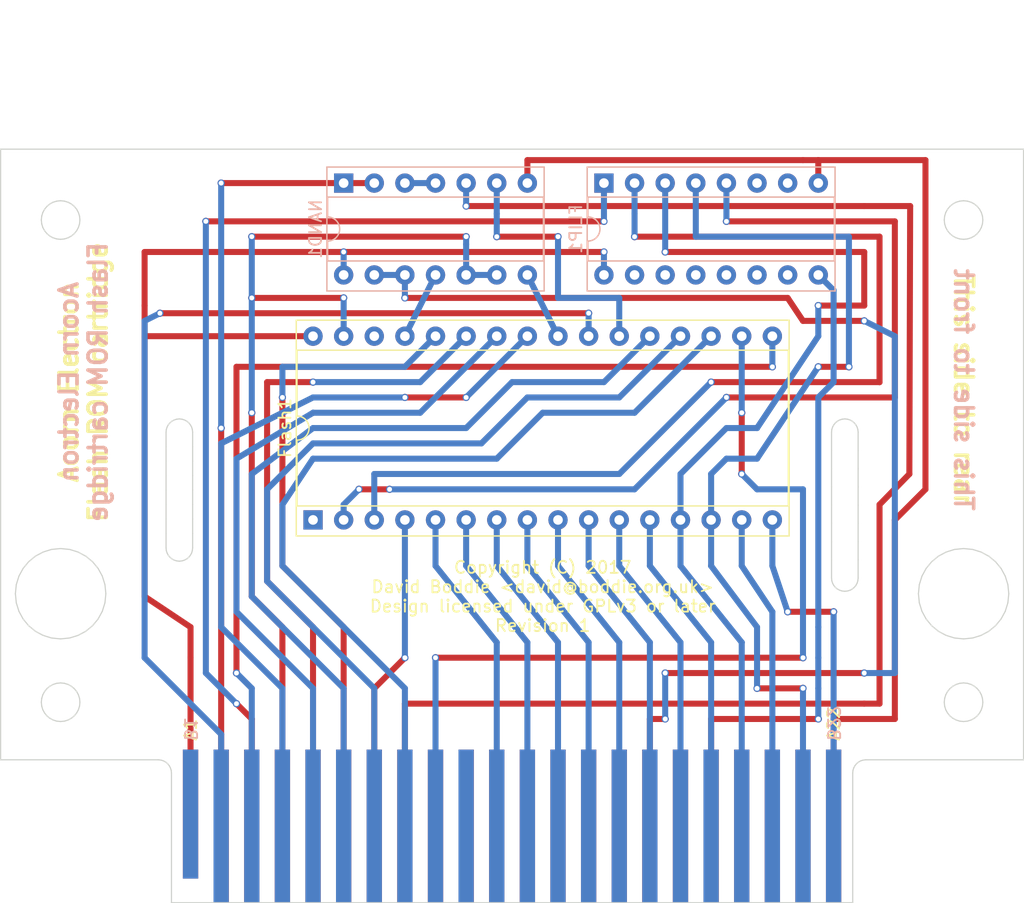
<source format=kicad_pcb>
(kicad_pcb (version 4) (host pcbnew 4.0.5+dfsg1-4)

  (general
    (links 47)
    (no_connects 1)
    (area 60.395005 52.125 145.346876 127.2)
    (thickness 1.6)
    (drawings 322)
    (tracks 294)
    (zones 0)
    (modules 5)
    (nets 60)
  )

  (page A4)
  (title_block
    (title "Acorn Electron cartridge breakout")
    (date 2017-02-16)
    (comment 2 "See: http://hgweb.boddie.org.uk/AcornElectronCartridge")
    (comment 3 "Design licensed under the terms of the GNU General Public License version 3 or later.")
    (comment 4 "A prototyping/breakout cartridge for the Acorn Electron Plus 1 expansion unit.")
  )

  (layers
    (0 F.Cu signal)
    (31 B.Cu signal)
    (32 B.Adhes user hide)
    (33 F.Adhes user hide)
    (34 B.Paste user hide)
    (35 F.Paste user hide)
    (36 B.SilkS user)
    (37 F.SilkS user)
    (38 B.Mask user hide)
    (39 F.Mask user hide)
    (40 Dwgs.User user hide)
    (41 Cmts.User user)
    (42 Eco1.User user hide)
    (43 Eco2.User user hide)
    (44 Edge.Cuts user)
    (45 Margin user hide)
    (46 B.CrtYd user)
    (47 F.CrtYd user)
    (48 B.Fab user)
    (49 F.Fab user)
  )

  (setup
    (last_trace_width 0.5)
    (user_trace_width 0.5)
    (trace_clearance 0.2)
    (zone_clearance 0.508)
    (zone_45_only yes)
    (trace_min 0.1524)
    (segment_width 0.2)
    (edge_width 0.15)
    (via_size 0.6)
    (via_drill 0.4)
    (via_min_size 0.4)
    (via_min_drill 0.3)
    (uvia_size 0.3)
    (uvia_drill 0.1)
    (uvias_allowed no)
    (uvia_min_size 0)
    (uvia_min_drill 0)
    (pcb_text_width 0.15)
    (pcb_text_size 1 1)
    (mod_edge_width 0.15)
    (mod_text_size 1 1)
    (mod_text_width 0.15)
    (pad_size 1.524 1.524)
    (pad_drill 0.762)
    (pad_to_mask_clearance 0.2)
    (aux_axis_origin 102.87 127)
    (visible_elements 7FFFFFFF)
    (pcbplotparams
      (layerselection 0x010f0_80000001)
      (usegerberextensions true)
      (excludeedgelayer true)
      (linewidth 0.100000)
      (plotframeref false)
      (viasonmask false)
      (mode 1)
      (useauxorigin false)
      (hpglpennumber 1)
      (hpglpenspeed 20)
      (hpglpendiameter 15)
      (hpglpenoverlay 2)
      (psnegative false)
      (psa4output false)
      (plotreference true)
      (plotvalue true)
      (plotinvisibletext false)
      (padsonsilk false)
      (subtractmaskfromsilk false)
      (outputformat 1)
      (mirror false)
      (drillshape 0)
      (scaleselection 1)
      (outputdirectory gerber/))
  )

  (net 0 "")
  (net 1 /nRST)
  (net 2 /nOE)
  (net 3 /CSRW)
  (net 4 /A8)
  (net 5 /A13)
  (net 6 /A12)
  (net 7 /PHI2)
  (net 8 /-5V)
  (net 9 /READY)
  (net 10 /nNMI)
  (net 11 /nIRQ)
  (net 12 /nINFC)
  (net 13 /nINFD)
  (net 14 /ROMQA)
  (net 15 /CLOCK)
  (net 16 /nROMSTB)
  (net 17 /ADOUT)
  (net 18 /AGND)
  (net 19 /ADIN)
  (net 20 /D3)
  (net 21 /A10)
  (net 22 /A11)
  (net 23 /A9)
  (net 24 /D7)
  (net 25 /D6)
  (net 26 /D5)
  (net 27 /D4)
  (net 28 /nOE2)
  (net 29 /BA7)
  (net 30 /BA6)
  (net 31 /BA5)
  (net 32 /BA4)
  (net 33 /BA3)
  (net 34 /BA2)
  (net 35 /BA1)
  (net 36 /BA0)
  (net 37 /D0)
  (net 38 /D2)
  (net 39 /D1)
  (net 40 /NC)
  (net 41 VCC)
  (net 42 GND)
  (net 43 /OE#)
  (net 44 /OE)
  (net 45 /A14)
  (net 46 /CE#)
  (net 47 "Net-(Flash1-Pad1)")
  (net 48 "Net-(Flash1-Pad30)")
  (net 49 /A15)
  (net 50 "Net-(FLIP1-Pad10)")
  (net 51 "Net-(FLIP1-Pad11)")
  (net 52 "Net-(FLIP1-Pad12)")
  (net 53 /A16)
  (net 54 "Net-(FLIP1-Pad13)")
  (net 55 "Net-(FLIP1-Pad6)")
  (net 56 "Net-(FLIP1-Pad14)")
  (net 57 "Net-(FLIP1-Pad7)")
  (net 58 "Net-(FLIP1-Pad15)")
  (net 59 /+5V_B)

  (net_class Default "This is the default net class."
    (clearance 0.2)
    (trace_width 0.25)
    (via_dia 0.6)
    (via_drill 0.4)
    (uvia_dia 0.3)
    (uvia_drill 0.1)
    (add_net /+5V_B)
    (add_net /-5V)
    (add_net /A10)
    (add_net /A11)
    (add_net /A12)
    (add_net /A13)
    (add_net /A14)
    (add_net /A15)
    (add_net /A16)
    (add_net /A8)
    (add_net /A9)
    (add_net /ADIN)
    (add_net /ADOUT)
    (add_net /AGND)
    (add_net /BA0)
    (add_net /BA1)
    (add_net /BA2)
    (add_net /BA3)
    (add_net /BA4)
    (add_net /BA5)
    (add_net /BA6)
    (add_net /BA7)
    (add_net /CE#)
    (add_net /CLOCK)
    (add_net /CSRW)
    (add_net /D0)
    (add_net /D1)
    (add_net /D2)
    (add_net /D3)
    (add_net /D4)
    (add_net /D5)
    (add_net /D6)
    (add_net /D7)
    (add_net /NC)
    (add_net /OE)
    (add_net /OE#)
    (add_net /PHI2)
    (add_net /READY)
    (add_net /ROMQA)
    (add_net /nINFC)
    (add_net /nINFD)
    (add_net /nIRQ)
    (add_net /nNMI)
    (add_net /nOE)
    (add_net /nOE2)
    (add_net /nROMSTB)
    (add_net /nRST)
    (add_net GND)
    (add_net "Net-(FLIP1-Pad10)")
    (add_net "Net-(FLIP1-Pad11)")
    (add_net "Net-(FLIP1-Pad12)")
    (add_net "Net-(FLIP1-Pad13)")
    (add_net "Net-(FLIP1-Pad14)")
    (add_net "Net-(FLIP1-Pad15)")
    (add_net "Net-(FLIP1-Pad6)")
    (add_net "Net-(FLIP1-Pad7)")
    (add_net "Net-(Flash1-Pad1)")
    (add_net "Net-(Flash1-Pad30)")
    (add_net VCC)
  )

  (net_class OSHPark ""
    (clearance 0.1524)
    (trace_width 0.1524)
    (via_dia 0.6858)
    (via_drill 0.3302)
    (uvia_dia 0.762)
    (uvia_drill 0.508)
  )

  (module Housings_DIP:DIP-32_W15.24mm_Socket (layer F.Cu) (tedit 59C78D6C) (tstamp 59D2CCF4)
    (at 86.36 95.25 90)
    (descr "32-lead though-hole mounted DIP package, row spacing 15.24 mm (600 mils), Socket")
    (tags "THT DIP DIL PDIP 2.54mm 15.24mm 600mil Socket")
    (path /59D2A464)
    (fp_text reference Flash1 (at 7.62 -2.33 90) (layer F.SilkS)
      (effects (font (size 1 1) (thickness 0.15)))
    )
    (fp_text value SST39SF010 (at 7.62 40.43 90) (layer F.Fab)
      (effects (font (size 1 1) (thickness 0.15)))
    )
    (fp_arc (start 7.62 -1.33) (end 6.62 -1.33) (angle -180) (layer F.SilkS) (width 0.12))
    (fp_line (start 1.255 -1.27) (end 14.985 -1.27) (layer F.Fab) (width 0.1))
    (fp_line (start 14.985 -1.27) (end 14.985 39.37) (layer F.Fab) (width 0.1))
    (fp_line (start 14.985 39.37) (end 0.255 39.37) (layer F.Fab) (width 0.1))
    (fp_line (start 0.255 39.37) (end 0.255 -0.27) (layer F.Fab) (width 0.1))
    (fp_line (start 0.255 -0.27) (end 1.255 -1.27) (layer F.Fab) (width 0.1))
    (fp_line (start -1.27 -1.33) (end -1.27 39.43) (layer F.Fab) (width 0.1))
    (fp_line (start -1.27 39.43) (end 16.51 39.43) (layer F.Fab) (width 0.1))
    (fp_line (start 16.51 39.43) (end 16.51 -1.33) (layer F.Fab) (width 0.1))
    (fp_line (start 16.51 -1.33) (end -1.27 -1.33) (layer F.Fab) (width 0.1))
    (fp_line (start 6.62 -1.33) (end 1.16 -1.33) (layer F.SilkS) (width 0.12))
    (fp_line (start 1.16 -1.33) (end 1.16 39.43) (layer F.SilkS) (width 0.12))
    (fp_line (start 1.16 39.43) (end 14.08 39.43) (layer F.SilkS) (width 0.12))
    (fp_line (start 14.08 39.43) (end 14.08 -1.33) (layer F.SilkS) (width 0.12))
    (fp_line (start 14.08 -1.33) (end 8.62 -1.33) (layer F.SilkS) (width 0.12))
    (fp_line (start -1.33 -1.39) (end -1.33 39.49) (layer F.SilkS) (width 0.12))
    (fp_line (start -1.33 39.49) (end 16.57 39.49) (layer F.SilkS) (width 0.12))
    (fp_line (start 16.57 39.49) (end 16.57 -1.39) (layer F.SilkS) (width 0.12))
    (fp_line (start 16.57 -1.39) (end -1.33 -1.39) (layer F.SilkS) (width 0.12))
    (fp_line (start -1.55 -1.6) (end -1.55 39.7) (layer F.CrtYd) (width 0.05))
    (fp_line (start -1.55 39.7) (end 16.8 39.7) (layer F.CrtYd) (width 0.05))
    (fp_line (start 16.8 39.7) (end 16.8 -1.6) (layer F.CrtYd) (width 0.05))
    (fp_line (start 16.8 -1.6) (end -1.55 -1.6) (layer F.CrtYd) (width 0.05))
    (fp_text user %R (at 7.62 19.05 90) (layer F.Fab)
      (effects (font (size 1 1) (thickness 0.15)))
    )
    (pad 1 thru_hole rect (at 0 0 90) (size 1.6 1.6) (drill 0.8) (layers *.Cu *.Mask)
      (net 47 "Net-(Flash1-Pad1)"))
    (pad 17 thru_hole oval (at 15.24 38.1 90) (size 1.6 1.6) (drill 0.8) (layers *.Cu *.Mask)
      (net 20 /D3))
    (pad 2 thru_hole oval (at 0 2.54 90) (size 1.6 1.6) (drill 0.8) (layers *.Cu *.Mask)
      (net 53 /A16))
    (pad 18 thru_hole oval (at 15.24 35.56 90) (size 1.6 1.6) (drill 0.8) (layers *.Cu *.Mask)
      (net 27 /D4))
    (pad 3 thru_hole oval (at 0 5.08 90) (size 1.6 1.6) (drill 0.8) (layers *.Cu *.Mask)
      (net 49 /A15))
    (pad 19 thru_hole oval (at 15.24 33.02 90) (size 1.6 1.6) (drill 0.8) (layers *.Cu *.Mask)
      (net 26 /D5))
    (pad 4 thru_hole oval (at 0 7.62 90) (size 1.6 1.6) (drill 0.8) (layers *.Cu *.Mask)
      (net 6 /A12))
    (pad 20 thru_hole oval (at 15.24 30.48 90) (size 1.6 1.6) (drill 0.8) (layers *.Cu *.Mask)
      (net 25 /D6))
    (pad 5 thru_hole oval (at 0 10.16 90) (size 1.6 1.6) (drill 0.8) (layers *.Cu *.Mask)
      (net 29 /BA7))
    (pad 21 thru_hole oval (at 15.24 27.94 90) (size 1.6 1.6) (drill 0.8) (layers *.Cu *.Mask)
      (net 24 /D7))
    (pad 6 thru_hole oval (at 0 12.7 90) (size 1.6 1.6) (drill 0.8) (layers *.Cu *.Mask)
      (net 30 /BA6))
    (pad 22 thru_hole oval (at 15.24 25.4 90) (size 1.6 1.6) (drill 0.8) (layers *.Cu *.Mask)
      (net 46 /CE#))
    (pad 7 thru_hole oval (at 0 15.24 90) (size 1.6 1.6) (drill 0.8) (layers *.Cu *.Mask)
      (net 31 /BA5))
    (pad 23 thru_hole oval (at 15.24 22.86 90) (size 1.6 1.6) (drill 0.8) (layers *.Cu *.Mask)
      (net 21 /A10))
    (pad 8 thru_hole oval (at 0 17.78 90) (size 1.6 1.6) (drill 0.8) (layers *.Cu *.Mask)
      (net 32 /BA4))
    (pad 24 thru_hole oval (at 15.24 20.32 90) (size 1.6 1.6) (drill 0.8) (layers *.Cu *.Mask)
      (net 43 /OE#))
    (pad 9 thru_hole oval (at 0 20.32 90) (size 1.6 1.6) (drill 0.8) (layers *.Cu *.Mask)
      (net 33 /BA3))
    (pad 25 thru_hole oval (at 15.24 17.78 90) (size 1.6 1.6) (drill 0.8) (layers *.Cu *.Mask)
      (net 22 /A11))
    (pad 10 thru_hole oval (at 0 22.86 90) (size 1.6 1.6) (drill 0.8) (layers *.Cu *.Mask)
      (net 34 /BA2))
    (pad 26 thru_hole oval (at 15.24 15.24 90) (size 1.6 1.6) (drill 0.8) (layers *.Cu *.Mask)
      (net 23 /A9))
    (pad 11 thru_hole oval (at 0 25.4 90) (size 1.6 1.6) (drill 0.8) (layers *.Cu *.Mask)
      (net 35 /BA1))
    (pad 27 thru_hole oval (at 15.24 12.7 90) (size 1.6 1.6) (drill 0.8) (layers *.Cu *.Mask)
      (net 4 /A8))
    (pad 12 thru_hole oval (at 0 27.94 90) (size 1.6 1.6) (drill 0.8) (layers *.Cu *.Mask)
      (net 36 /BA0))
    (pad 28 thru_hole oval (at 15.24 10.16 90) (size 1.6 1.6) (drill 0.8) (layers *.Cu *.Mask)
      (net 5 /A13))
    (pad 13 thru_hole oval (at 0 30.48 90) (size 1.6 1.6) (drill 0.8) (layers *.Cu *.Mask)
      (net 37 /D0))
    (pad 29 thru_hole oval (at 15.24 7.62 90) (size 1.6 1.6) (drill 0.8) (layers *.Cu *.Mask)
      (net 45 /A14))
    (pad 14 thru_hole oval (at 0 33.02 90) (size 1.6 1.6) (drill 0.8) (layers *.Cu *.Mask)
      (net 39 /D1))
    (pad 30 thru_hole oval (at 15.24 5.08 90) (size 1.6 1.6) (drill 0.8) (layers *.Cu *.Mask)
      (net 48 "Net-(Flash1-Pad30)"))
    (pad 15 thru_hole oval (at 0 35.56 90) (size 1.6 1.6) (drill 0.8) (layers *.Cu *.Mask)
      (net 38 /D2))
    (pad 31 thru_hole oval (at 15.24 2.54 90) (size 1.6 1.6) (drill 0.8) (layers *.Cu *.Mask)
      (net 3 /CSRW))
    (pad 16 thru_hole oval (at 0 38.1 90) (size 1.6 1.6) (drill 0.8) (layers *.Cu *.Mask)
      (net 42 GND))
    (pad 32 thru_hole oval (at 15.24 0 90) (size 1.6 1.6) (drill 0.8) (layers *.Cu *.Mask)
      (net 41 VCC))
    (model ${KISYS3DMOD}/Housings_DIP.3dshapes/DIP-32_W15.24mm_Socket.wrl
      (at (xyz 0 0 0))
      (scale (xyz 1 1 1))
      (rotate (xyz 0 0 0))
    )
  )

  (module Housings_DIP:DIP-16_W7.62mm_Socket (layer B.Cu) (tedit 59D805FF) (tstamp 59E979D7)
    (at 110.49 67.31 270)
    (descr "16-lead though-hole mounted DIP package, row spacing 7.62 mm (300 mils), Socket")
    (tags "THT DIP DIL PDIP 2.54mm 7.62mm 300mil Socket")
    (path /59D8067A)
    (fp_text reference FLIP1 (at 3.81 2.33 270) (layer B.SilkS)
      (effects (font (size 1 1) (thickness 0.15)) (justify mirror))
    )
    (fp_text value 74LS174 (at 3.81 -20.11 270) (layer B.Fab)
      (effects (font (size 1 1) (thickness 0.15)) (justify mirror))
    )
    (fp_arc (start 3.81 1.33) (end 2.81 1.33) (angle 180) (layer B.SilkS) (width 0.12))
    (fp_line (start 1.635 1.27) (end 6.985 1.27) (layer B.Fab) (width 0.1))
    (fp_line (start 6.985 1.27) (end 6.985 -19.05) (layer B.Fab) (width 0.1))
    (fp_line (start 6.985 -19.05) (end 0.635 -19.05) (layer B.Fab) (width 0.1))
    (fp_line (start 0.635 -19.05) (end 0.635 0.27) (layer B.Fab) (width 0.1))
    (fp_line (start 0.635 0.27) (end 1.635 1.27) (layer B.Fab) (width 0.1))
    (fp_line (start -1.27 1.33) (end -1.27 -19.11) (layer B.Fab) (width 0.1))
    (fp_line (start -1.27 -19.11) (end 8.89 -19.11) (layer B.Fab) (width 0.1))
    (fp_line (start 8.89 -19.11) (end 8.89 1.33) (layer B.Fab) (width 0.1))
    (fp_line (start 8.89 1.33) (end -1.27 1.33) (layer B.Fab) (width 0.1))
    (fp_line (start 2.81 1.33) (end 1.16 1.33) (layer B.SilkS) (width 0.12))
    (fp_line (start 1.16 1.33) (end 1.16 -19.11) (layer B.SilkS) (width 0.12))
    (fp_line (start 1.16 -19.11) (end 6.46 -19.11) (layer B.SilkS) (width 0.12))
    (fp_line (start 6.46 -19.11) (end 6.46 1.33) (layer B.SilkS) (width 0.12))
    (fp_line (start 6.46 1.33) (end 4.81 1.33) (layer B.SilkS) (width 0.12))
    (fp_line (start -1.33 1.39) (end -1.33 -19.17) (layer B.SilkS) (width 0.12))
    (fp_line (start -1.33 -19.17) (end 8.95 -19.17) (layer B.SilkS) (width 0.12))
    (fp_line (start 8.95 -19.17) (end 8.95 1.39) (layer B.SilkS) (width 0.12))
    (fp_line (start 8.95 1.39) (end -1.33 1.39) (layer B.SilkS) (width 0.12))
    (fp_line (start -1.55 1.6) (end -1.55 -19.4) (layer B.CrtYd) (width 0.05))
    (fp_line (start -1.55 -19.4) (end 9.15 -19.4) (layer B.CrtYd) (width 0.05))
    (fp_line (start 9.15 -19.4) (end 9.15 1.6) (layer B.CrtYd) (width 0.05))
    (fp_line (start 9.15 1.6) (end -1.55 1.6) (layer B.CrtYd) (width 0.05))
    (fp_text user %R (at 3.81 -8.89 270) (layer B.Fab)
      (effects (font (size 1 1) (thickness 0.15)) (justify mirror))
    )
    (pad 1 thru_hole rect (at 0 0 270) (size 1.6 1.6) (drill 0.8) (layers *.Cu *.Mask)
      (net 1 /nRST))
    (pad 9 thru_hole oval (at 7.62 -17.78 270) (size 1.6 1.6) (drill 0.8) (layers *.Cu *.Mask)
      (net 16 /nROMSTB))
    (pad 2 thru_hole oval (at 0 -2.54 270) (size 1.6 1.6) (drill 0.8) (layers *.Cu *.Mask)
      (net 49 /A15))
    (pad 10 thru_hole oval (at 7.62 -15.24 270) (size 1.6 1.6) (drill 0.8) (layers *.Cu *.Mask)
      (net 50 "Net-(FLIP1-Pad10)"))
    (pad 3 thru_hole oval (at 0 -5.08 270) (size 1.6 1.6) (drill 0.8) (layers *.Cu *.Mask)
      (net 37 /D0))
    (pad 11 thru_hole oval (at 7.62 -12.7 270) (size 1.6 1.6) (drill 0.8) (layers *.Cu *.Mask)
      (net 51 "Net-(FLIP1-Pad11)"))
    (pad 4 thru_hole oval (at 0 -7.62 270) (size 1.6 1.6) (drill 0.8) (layers *.Cu *.Mask)
      (net 39 /D1))
    (pad 12 thru_hole oval (at 7.62 -10.16 270) (size 1.6 1.6) (drill 0.8) (layers *.Cu *.Mask)
      (net 52 "Net-(FLIP1-Pad12)"))
    (pad 5 thru_hole oval (at 0 -10.16 270) (size 1.6 1.6) (drill 0.8) (layers *.Cu *.Mask)
      (net 53 /A16))
    (pad 13 thru_hole oval (at 7.62 -7.62 270) (size 1.6 1.6) (drill 0.8) (layers *.Cu *.Mask)
      (net 54 "Net-(FLIP1-Pad13)"))
    (pad 6 thru_hole oval (at 0 -12.7 270) (size 1.6 1.6) (drill 0.8) (layers *.Cu *.Mask)
      (net 55 "Net-(FLIP1-Pad6)"))
    (pad 14 thru_hole oval (at 7.62 -5.08 270) (size 1.6 1.6) (drill 0.8) (layers *.Cu *.Mask)
      (net 56 "Net-(FLIP1-Pad14)"))
    (pad 7 thru_hole oval (at 0 -15.24 270) (size 1.6 1.6) (drill 0.8) (layers *.Cu *.Mask)
      (net 57 "Net-(FLIP1-Pad7)"))
    (pad 15 thru_hole oval (at 7.62 -2.54 270) (size 1.6 1.6) (drill 0.8) (layers *.Cu *.Mask)
      (net 58 "Net-(FLIP1-Pad15)"))
    (pad 8 thru_hole oval (at 0 -17.78 270) (size 1.6 1.6) (drill 0.8) (layers *.Cu *.Mask)
      (net 42 GND))
    (pad 16 thru_hole oval (at 7.62 0 270) (size 1.6 1.6) (drill 0.8) (layers *.Cu *.Mask)
      (net 41 VCC))
    (model ${KISYS3DMOD}/Housings_DIP.3dshapes/DIP-16_W7.62mm_Socket.wrl
      (at (xyz 0 0 0))
      (scale (xyz 1 1 1))
      (rotate (xyz 0 0 0))
    )
  )

  (module Acorn_Electron:Acorn_Electron_cartridge_edge_connector_rear (layer F.Cu) (tedit 59D7B679) (tstamp 587CC8B3)
    (at 102.87 113.03)
    (tags "Acorn Electron cartridge edge connector rear")
    (path /587CC844)
    (fp_text reference CONN1 (at 0 -43.18) (layer F.SilkS) hide
      (effects (font (size 1 1) (thickness 0.15)))
    )
    (fp_text value Acorn_Electron_cartridge_edge_connector_rear_side_A (at 0 -49.53) (layer F.Fab) hide
      (effects (font (size 1 1) (thickness 0.15)))
    )
    (pad 1 connect rect (at -26.67 6.62) (size 1.27 10.7) (layers F.Cu F.Mask)
      (net 41 VCC))
    (pad 2 connect rect (at -24.13 7.62) (size 1.27 12.7) (layers F.Cu F.Mask)
      (net 2 /nOE))
    (pad 3 connect rect (at -21.59 7.62) (size 1.27 12.7) (layers F.Cu F.Mask)
      (net 1 /nRST))
    (pad 4 connect rect (at -19.05 7.62) (size 1.27 12.7) (layers F.Cu F.Mask)
      (net 3 /CSRW))
    (pad 5 connect rect (at -16.51 7.62) (size 1.27 12.7) (layers F.Cu F.Mask)
      (net 4 /A8))
    (pad 6 connect rect (at -13.97 7.62) (size 1.27 12.7) (layers F.Cu F.Mask)
      (net 5 /A13))
    (pad 7 connect rect (at -11.43 7.62) (size 1.27 12.7) (layers F.Cu F.Mask)
      (net 6 /A12))
    (pad 8 connect rect (at -8.89 7.62) (size 1.27 12.7) (layers F.Cu F.Mask)
      (net 7 /PHI2))
    (pad 9 connect rect (at -6.35 7.62) (size 1.27 12.7) (layers F.Cu F.Mask)
      (net 8 /-5V))
    (pad 10 connect rect (at -3.81 7.62) (size 1.27 12.7) (layers F.Cu F.Mask)
      (net 40 /NC))
    (pad 11 connect rect (at -1.27 7.62) (size 1.27 12.7) (layers F.Cu F.Mask)
      (net 9 /READY))
    (pad 12 connect rect (at 1.27 7.62) (size 1.27 12.7) (layers F.Cu F.Mask)
      (net 10 /nNMI))
    (pad 13 connect rect (at 3.81 7.62) (size 1.27 12.7) (layers F.Cu F.Mask)
      (net 11 /nIRQ))
    (pad 14 connect rect (at 6.35 7.62) (size 1.27 12.7) (layers F.Cu F.Mask)
      (net 12 /nINFC))
    (pad 15 connect rect (at 8.89 7.62) (size 1.27 12.7) (layers F.Cu F.Mask)
      (net 13 /nINFD))
    (pad 16 connect rect (at 11.43 7.62) (size 1.27 12.7) (layers F.Cu F.Mask)
      (net 14 /ROMQA))
    (pad 17 connect rect (at 13.97 7.62) (size 1.27 12.7) (layers F.Cu F.Mask)
      (net 15 /CLOCK))
    (pad 18 connect rect (at 16.51 7.62) (size 1.27 12.7) (layers F.Cu F.Mask)
      (net 16 /nROMSTB))
    (pad 19 connect rect (at 19.05 7.62) (size 1.27 12.7) (layers F.Cu F.Mask)
      (net 17 /ADOUT))
    (pad 20 connect rect (at 21.59 7.62) (size 1.27 12.7) (layers F.Cu F.Mask)
      (net 18 /AGND))
    (pad 21 connect rect (at 24.13 7.62) (size 1.27 12.7) (layers F.Cu F.Mask)
      (net 19 /ADIN))
    (pad 22 connect rect (at 26.67 7.62) (size 1.27 12.7) (layers F.Cu F.Mask)
      (net 42 GND))
  )

  (module Acorn_Electron:Acorn_Electron_cartridge_edge_connector_front (layer B.Cu) (tedit 59D7B67C) (tstamp 587CC8CD)
    (at 102.87 113.03)
    (tags "Acorn Electron cartridge edge connector front")
    (path /587CC811)
    (fp_text reference CONN2 (at 0 -43.18) (layer B.SilkS) hide
      (effects (font (size 1 1) (thickness 0.15)) (justify mirror))
    )
    (fp_text value Acorn_Electron_cartridge_edge_connector_front_side_B (at 0 -49.53) (layer B.Fab) hide
      (effects (font (size 1 1) (thickness 0.15)) (justify mirror))
    )
    (pad 1 connect rect (at -26.67 6.62) (size 1.27 10.7) (layers B.Cu B.Mask)
      (net 59 /+5V_B))
    (pad 2 connect rect (at -24.13 7.62) (size 1.27 12.7) (layers B.Cu B.Mask)
      (net 21 /A10))
    (pad 3 connect rect (at -21.59 7.62) (size 1.27 12.7) (layers B.Cu B.Mask)
      (net 20 /D3))
    (pad 4 connect rect (at -19.05 7.62) (size 1.27 12.7) (layers B.Cu B.Mask)
      (net 22 /A11))
    (pad 5 connect rect (at -16.51 7.62) (size 1.27 12.7) (layers B.Cu B.Mask)
      (net 23 /A9))
    (pad 6 connect rect (at -13.97 7.62) (size 1.27 12.7) (layers B.Cu B.Mask)
      (net 24 /D7))
    (pad 7 connect rect (at -11.43 7.62) (size 1.27 12.7) (layers B.Cu B.Mask)
      (net 25 /D6))
    (pad 8 connect rect (at -8.89 7.62) (size 1.27 12.7) (layers B.Cu B.Mask)
      (net 26 /D5))
    (pad 9 connect rect (at -6.35 7.62) (size 1.27 12.7) (layers B.Cu B.Mask)
      (net 27 /D4))
    (pad 10 connect rect (at -3.81 7.62) (size 1.27 12.7) (layers B.Cu B.Mask)
      (net 28 /nOE2))
    (pad 11 connect rect (at -1.27 7.62) (size 1.27 12.7) (layers B.Cu B.Mask)
      (net 29 /BA7))
    (pad 12 connect rect (at 1.27 7.62) (size 1.27 12.7) (layers B.Cu B.Mask)
      (net 30 /BA6))
    (pad 13 connect rect (at 3.81 7.62) (size 1.27 12.7) (layers B.Cu B.Mask)
      (net 31 /BA5))
    (pad 14 connect rect (at 6.35 7.62) (size 1.27 12.7) (layers B.Cu B.Mask)
      (net 32 /BA4))
    (pad 15 connect rect (at 8.89 7.62) (size 1.27 12.7) (layers B.Cu B.Mask)
      (net 33 /BA3))
    (pad 16 connect rect (at 11.43 7.62) (size 1.27 12.7) (layers B.Cu B.Mask)
      (net 34 /BA2))
    (pad 17 connect rect (at 13.97 7.62) (size 1.27 12.7) (layers B.Cu B.Mask)
      (net 35 /BA1))
    (pad 18 connect rect (at 16.51 7.62) (size 1.27 12.7) (layers B.Cu B.Mask)
      (net 36 /BA0))
    (pad 19 connect rect (at 19.05 7.62) (size 1.27 12.7) (layers B.Cu B.Mask)
      (net 37 /D0))
    (pad 20 connect rect (at 21.59 7.62) (size 1.27 12.7) (layers B.Cu B.Mask)
      (net 38 /D2))
    (pad 21 connect rect (at 24.13 7.62) (size 1.27 12.7) (layers B.Cu B.Mask)
      (net 39 /D1))
    (pad 22 connect rect (at 26.67 7.62) (size 1.27 12.7) (layers B.Cu B.Mask)
      (net 42 GND))
  )

  (module Housings_DIP:DIP-14_W7.62mm_Socket (layer B.Cu) (tedit 59C78D6B) (tstamp 59D33CC2)
    (at 88.9 67.31 270)
    (descr "14-lead though-hole mounted DIP package, row spacing 7.62 mm (300 mils), Socket")
    (tags "THT DIP DIL PDIP 2.54mm 7.62mm 300mil Socket")
    (path /59D29643)
    (fp_text reference NAND1 (at 3.81 2.33 270) (layer B.SilkS)
      (effects (font (size 1 1) (thickness 0.15)) (justify mirror))
    )
    (fp_text value 74HC00 (at 3.81 -17.57 270) (layer B.Fab)
      (effects (font (size 1 1) (thickness 0.15)) (justify mirror))
    )
    (fp_arc (start 3.81 1.33) (end 2.81 1.33) (angle 180) (layer B.SilkS) (width 0.12))
    (fp_line (start 1.635 1.27) (end 6.985 1.27) (layer B.Fab) (width 0.1))
    (fp_line (start 6.985 1.27) (end 6.985 -16.51) (layer B.Fab) (width 0.1))
    (fp_line (start 6.985 -16.51) (end 0.635 -16.51) (layer B.Fab) (width 0.1))
    (fp_line (start 0.635 -16.51) (end 0.635 0.27) (layer B.Fab) (width 0.1))
    (fp_line (start 0.635 0.27) (end 1.635 1.27) (layer B.Fab) (width 0.1))
    (fp_line (start -1.27 1.33) (end -1.27 -16.57) (layer B.Fab) (width 0.1))
    (fp_line (start -1.27 -16.57) (end 8.89 -16.57) (layer B.Fab) (width 0.1))
    (fp_line (start 8.89 -16.57) (end 8.89 1.33) (layer B.Fab) (width 0.1))
    (fp_line (start 8.89 1.33) (end -1.27 1.33) (layer B.Fab) (width 0.1))
    (fp_line (start 2.81 1.33) (end 1.16 1.33) (layer B.SilkS) (width 0.12))
    (fp_line (start 1.16 1.33) (end 1.16 -16.57) (layer B.SilkS) (width 0.12))
    (fp_line (start 1.16 -16.57) (end 6.46 -16.57) (layer B.SilkS) (width 0.12))
    (fp_line (start 6.46 -16.57) (end 6.46 1.33) (layer B.SilkS) (width 0.12))
    (fp_line (start 6.46 1.33) (end 4.81 1.33) (layer B.SilkS) (width 0.12))
    (fp_line (start -1.33 1.39) (end -1.33 -16.63) (layer B.SilkS) (width 0.12))
    (fp_line (start -1.33 -16.63) (end 8.95 -16.63) (layer B.SilkS) (width 0.12))
    (fp_line (start 8.95 -16.63) (end 8.95 1.39) (layer B.SilkS) (width 0.12))
    (fp_line (start 8.95 1.39) (end -1.33 1.39) (layer B.SilkS) (width 0.12))
    (fp_line (start -1.55 1.6) (end -1.55 -16.85) (layer B.CrtYd) (width 0.05))
    (fp_line (start -1.55 -16.85) (end 9.15 -16.85) (layer B.CrtYd) (width 0.05))
    (fp_line (start 9.15 -16.85) (end 9.15 1.6) (layer B.CrtYd) (width 0.05))
    (fp_line (start 9.15 1.6) (end -1.55 1.6) (layer B.CrtYd) (width 0.05))
    (fp_text user %R (at 3.81 -7.62 270) (layer B.Fab)
      (effects (font (size 1 1) (thickness 0.15)) (justify mirror))
    )
    (pad 1 thru_hole rect (at 0 0 270) (size 1.6 1.6) (drill 0.8) (layers *.Cu *.Mask)
      (net 2 /nOE))
    (pad 8 thru_hole oval (at 7.62 -15.24 270) (size 1.6 1.6) (drill 0.8) (layers *.Cu *.Mask)
      (net 43 /OE#))
    (pad 2 thru_hole oval (at 0 -2.54 270) (size 1.6 1.6) (drill 0.8) (layers *.Cu *.Mask)
      (net 2 /nOE))
    (pad 9 thru_hole oval (at 7.62 -12.7 270) (size 1.6 1.6) (drill 0.8) (layers *.Cu *.Mask)
      (net 3 /CSRW))
    (pad 3 thru_hole oval (at 0 -5.08 270) (size 1.6 1.6) (drill 0.8) (layers *.Cu *.Mask)
      (net 44 /OE))
    (pad 10 thru_hole oval (at 7.62 -10.16 270) (size 1.6 1.6) (drill 0.8) (layers *.Cu *.Mask)
      (net 3 /CSRW))
    (pad 4 thru_hole oval (at 0 -7.62 270) (size 1.6 1.6) (drill 0.8) (layers *.Cu *.Mask)
      (net 44 /OE))
    (pad 11 thru_hole oval (at 7.62 -7.62 270) (size 1.6 1.6) (drill 0.8) (layers *.Cu *.Mask)
      (net 45 /A14))
    (pad 5 thru_hole oval (at 0 -10.16 270) (size 1.6 1.6) (drill 0.8) (layers *.Cu *.Mask)
      (net 7 /PHI2))
    (pad 12 thru_hole oval (at 7.62 -5.08 270) (size 1.6 1.6) (drill 0.8) (layers *.Cu *.Mask)
      (net 14 /ROMQA))
    (pad 6 thru_hole oval (at 0 -12.7 270) (size 1.6 1.6) (drill 0.8) (layers *.Cu *.Mask)
      (net 46 /CE#))
    (pad 13 thru_hole oval (at 7.62 -2.54 270) (size 1.6 1.6) (drill 0.8) (layers *.Cu *.Mask)
      (net 14 /ROMQA))
    (pad 7 thru_hole oval (at 0 -15.24 270) (size 1.6 1.6) (drill 0.8) (layers *.Cu *.Mask)
      (net 42 GND))
    (pad 14 thru_hole oval (at 7.62 0 270) (size 1.6 1.6) (drill 0.8) (layers *.Cu *.Mask)
      (net 41 VCC))
    (model ${KISYS3DMOD}/Housings_DIP.3dshapes/DIP-14_W7.62mm_Socket.wrl
      (at (xyz 0 0 0))
      (scale (xyz 1 1 1))
      (rotate (xyz 0 0 0))
    )
  )

  (gr_text "Copyright (C) 2017\nDavid Boddie <david@boddie.org.uk>\nDesign licensed under GPLv3 or later\nRevision 1" (at 105.41 101.6) (layer F.SilkS)
    (effects (font (size 1 1) (thickness 0.15)))
  )
  (gr_line (start 65.74184 108.802935) (end 65.419167 108.770208) (layer Edge.Cuts) (width 0.1))
  (gr_line (start 66.042757 108.896748) (end 65.74184 108.802935) (layer Edge.Cuts) (width 0.1))
  (gr_line (start 66.315362 109.045093) (end 66.042757 108.896748) (layer Edge.Cuts) (width 0.1))
  (gr_line (start 66.553102 109.241412) (end 66.315362 109.045093) (layer Edge.Cuts) (width 0.1))
  (gr_line (start 66.749421 109.479151) (end 66.553102 109.241412) (layer Edge.Cuts) (width 0.1))
  (gr_line (start 66.897765 109.751757) (end 66.749421 109.479151) (layer Edge.Cuts) (width 0.1))
  (gr_line (start 66.991578 110.052674) (end 66.897765 109.751757) (layer Edge.Cuts) (width 0.1))
  (gr_line (start 67.024306 110.375347) (end 66.991578 110.052674) (layer Edge.Cuts) (width 0.1))
  (gr_line (start 66.991578 110.697642) (end 67.024306 110.375347) (layer Edge.Cuts) (width 0.1))
  (gr_line (start 66.897765 110.99756) (end 66.991578 110.697642) (layer Edge.Cuts) (width 0.1))
  (gr_line (start 66.749421 111.268753) (end 66.897765 110.99756) (layer Edge.Cuts) (width 0.1))
  (gr_line (start 66.553102 111.504874) (end 66.749421 111.268753) (layer Edge.Cuts) (width 0.1))
  (gr_line (start 66.315362 111.699573) (end 66.553102 111.504874) (layer Edge.Cuts) (width 0.1))
  (gr_line (start 66.042757 111.846504) (end 66.315362 111.699573) (layer Edge.Cuts) (width 0.1))
  (gr_line (start 65.74184 111.939318) (end 66.042757 111.846504) (layer Edge.Cuts) (width 0.1))
  (gr_line (start 65.419167 111.971667) (end 65.74184 111.939318) (layer Edge.Cuts) (width 0.1))
  (gr_line (start 65.096873 111.939318) (end 65.419167 111.971667) (layer Edge.Cuts) (width 0.1))
  (gr_line (start 64.796955 111.846504) (end 65.096873 111.939318) (layer Edge.Cuts) (width 0.1))
  (gr_line (start 64.525761 111.699573) (end 64.796955 111.846504) (layer Edge.Cuts) (width 0.1))
  (gr_line (start 64.289641 111.504874) (end 64.525761 111.699573) (layer Edge.Cuts) (width 0.1))
  (gr_line (start 64.094941 111.268753) (end 64.289641 111.504874) (layer Edge.Cuts) (width 0.1))
  (gr_line (start 63.94801 110.99756) (end 64.094941 111.268753) (layer Edge.Cuts) (width 0.1))
  (gr_line (start 63.855196 110.697642) (end 63.94801 110.99756) (layer Edge.Cuts) (width 0.1))
  (gr_line (start 63.822847 110.375347) (end 63.855196 110.697642) (layer Edge.Cuts) (width 0.1))
  (gr_line (start 63.855196 110.052674) (end 63.822847 110.375347) (layer Edge.Cuts) (width 0.1))
  (gr_line (start 63.94801 109.751757) (end 63.855196 110.052674) (layer Edge.Cuts) (width 0.1))
  (gr_line (start 64.094941 109.479151) (end 63.94801 109.751757) (layer Edge.Cuts) (width 0.1))
  (gr_line (start 64.289641 109.241412) (end 64.094941 109.479151) (layer Edge.Cuts) (width 0.1))
  (gr_line (start 64.525761 109.045093) (end 64.289641 109.241412) (layer Edge.Cuts) (width 0.1))
  (gr_line (start 64.796955 108.896748) (end 64.525761 109.045093) (layer Edge.Cuts) (width 0.1))
  (gr_line (start 65.096873 108.802935) (end 64.796955 108.896748) (layer Edge.Cuts) (width 0.1))
  (gr_line (start 65.419167 108.770208) (end 65.096873 108.802935) (layer Edge.Cuts) (width 0.1))
  (gr_line (start 140.645003 108.802935) (end 140.322708 108.770208) (layer Edge.Cuts) (width 0.1))
  (gr_line (start 140.944921 108.896748) (end 140.645003 108.802935) (layer Edge.Cuts) (width 0.1))
  (gr_line (start 141.216114 109.045093) (end 140.944921 108.896748) (layer Edge.Cuts) (width 0.1))
  (gr_line (start 141.452235 109.241412) (end 141.216114 109.045093) (layer Edge.Cuts) (width 0.1))
  (gr_line (start 141.646935 109.479151) (end 141.452235 109.241412) (layer Edge.Cuts) (width 0.1))
  (gr_line (start 141.793865 109.751757) (end 141.646935 109.479151) (layer Edge.Cuts) (width 0.1))
  (gr_line (start 141.886679 110.052674) (end 141.793865 109.751757) (layer Edge.Cuts) (width 0.1))
  (gr_line (start 141.919028 110.375347) (end 141.886679 110.052674) (layer Edge.Cuts) (width 0.1))
  (gr_line (start 141.886679 110.697642) (end 141.919028 110.375347) (layer Edge.Cuts) (width 0.1))
  (gr_line (start 141.793865 110.99756) (end 141.886679 110.697642) (layer Edge.Cuts) (width 0.1))
  (gr_line (start 141.646935 111.268753) (end 141.793865 110.99756) (layer Edge.Cuts) (width 0.1))
  (gr_line (start 141.452235 111.504874) (end 141.646935 111.268753) (layer Edge.Cuts) (width 0.1))
  (gr_line (start 141.216114 111.699573) (end 141.452235 111.504874) (layer Edge.Cuts) (width 0.1))
  (gr_line (start 140.944921 111.846504) (end 141.216114 111.699573) (layer Edge.Cuts) (width 0.1))
  (gr_line (start 140.645003 111.939318) (end 140.944921 111.846504) (layer Edge.Cuts) (width 0.1))
  (gr_line (start 140.322708 111.971667) (end 140.645003 111.939318) (layer Edge.Cuts) (width 0.1))
  (gr_line (start 140.000035 111.939318) (end 140.322708 111.971667) (layer Edge.Cuts) (width 0.1))
  (gr_line (start 139.699119 111.846504) (end 140.000035 111.939318) (layer Edge.Cuts) (width 0.1))
  (gr_line (start 139.426512 111.699573) (end 139.699119 111.846504) (layer Edge.Cuts) (width 0.1))
  (gr_line (start 139.188773 111.504874) (end 139.426512 111.699573) (layer Edge.Cuts) (width 0.1))
  (gr_line (start 138.992454 111.268753) (end 139.188773 111.504874) (layer Edge.Cuts) (width 0.1))
  (gr_line (start 138.844109 110.99756) (end 138.992454 111.268753) (layer Edge.Cuts) (width 0.1))
  (gr_line (start 138.750296 110.697642) (end 138.844109 110.99756) (layer Edge.Cuts) (width 0.1))
  (gr_line (start 138.717569 110.375347) (end 138.750296 110.697642) (layer Edge.Cuts) (width 0.1))
  (gr_line (start 138.750296 110.052674) (end 138.717569 110.375347) (layer Edge.Cuts) (width 0.1))
  (gr_line (start 138.844109 109.751757) (end 138.750296 110.052674) (layer Edge.Cuts) (width 0.1))
  (gr_line (start 138.992454 109.479151) (end 138.844109 109.751757) (layer Edge.Cuts) (width 0.1))
  (gr_line (start 139.188773 109.241412) (end 138.992454 109.479151) (layer Edge.Cuts) (width 0.1))
  (gr_line (start 139.426512 109.045093) (end 139.188773 109.241412) (layer Edge.Cuts) (width 0.1))
  (gr_line (start 139.699119 108.896748) (end 139.426512 109.045093) (layer Edge.Cuts) (width 0.1))
  (gr_line (start 140.000035 108.802935) (end 139.699119 108.896748) (layer Edge.Cuts) (width 0.1))
  (gr_line (start 140.322708 108.770208) (end 140.000035 108.802935) (layer Edge.Cuts) (width 0.1))
  (gr_line (start 66.175225 97.698543) (end 65.419167 97.622431) (layer Edge.Cuts) (width 0.1))
  (gr_line (start 66.87994 97.916853) (end 66.175225 97.698543) (layer Edge.Cuts) (width 0.1))
  (gr_line (start 67.518066 98.262324) (end 66.87994 97.916853) (layer Edge.Cuts) (width 0.1))
  (gr_line (start 68.074357 98.719914) (end 67.518066 98.262324) (layer Edge.Cuts) (width 0.1))
  (gr_line (start 68.533566 99.274585) (end 68.074357 98.719914) (layer Edge.Cuts) (width 0.1))
  (gr_line (start 68.880449 99.911298) (end 68.533566 99.274585) (layer Edge.Cuts) (width 0.1))
  (gr_line (start 69.099759 100.615013) (end 68.880449 99.911298) (layer Edge.Cuts) (width 0.1))
  (gr_line (start 69.17625 101.370694) (end 69.099759 100.615013) (layer Edge.Cuts) (width 0.1))
  (gr_line (start 69.099759 102.126375) (end 69.17625 101.370694) (layer Edge.Cuts) (width 0.1))
  (gr_line (start 68.880449 102.830091) (end 69.099759 102.126375) (layer Edge.Cuts) (width 0.1))
  (gr_line (start 68.533566 103.466804) (end 68.880449 102.830091) (layer Edge.Cuts) (width 0.1))
  (gr_line (start 68.074357 104.021475) (end 68.533566 103.466804) (layer Edge.Cuts) (width 0.1))
  (gr_line (start 67.518066 104.479065) (end 68.074357 104.021475) (layer Edge.Cuts) (width 0.1))
  (gr_line (start 66.87994 104.824536) (end 67.518066 104.479065) (layer Edge.Cuts) (width 0.1))
  (gr_line (start 66.175225 105.042846) (end 66.87994 104.824536) (layer Edge.Cuts) (width 0.1))
  (gr_line (start 65.419167 105.118958) (end 66.175225 105.042846) (layer Edge.Cuts) (width 0.1))
  (gr_line (start 64.663487 105.042846) (end 65.419167 105.118958) (layer Edge.Cuts) (width 0.1))
  (gr_line (start 63.959771 104.824536) (end 64.663487 105.042846) (layer Edge.Cuts) (width 0.1))
  (gr_line (start 63.323058 104.479065) (end 63.959771 104.824536) (layer Edge.Cuts) (width 0.1))
  (gr_line (start 62.768386 104.021475) (end 63.323058 104.479065) (layer Edge.Cuts) (width 0.1))
  (gr_line (start 62.310796 103.466804) (end 62.768386 104.021475) (layer Edge.Cuts) (width 0.1))
  (gr_line (start 61.965326 102.830091) (end 62.310796 103.466804) (layer Edge.Cuts) (width 0.1))
  (gr_line (start 61.747015 102.126375) (end 61.965326 102.830091) (layer Edge.Cuts) (width 0.1))
  (gr_line (start 61.670903 101.370694) (end 61.747015 102.126375) (layer Edge.Cuts) (width 0.1))
  (gr_line (start 61.747015 100.615013) (end 61.670903 101.370694) (layer Edge.Cuts) (width 0.1))
  (gr_line (start 61.965326 99.911298) (end 61.747015 100.615013) (layer Edge.Cuts) (width 0.1))
  (gr_line (start 62.310796 99.274585) (end 61.965326 99.911298) (layer Edge.Cuts) (width 0.1))
  (gr_line (start 62.768386 98.719914) (end 62.310796 99.274585) (layer Edge.Cuts) (width 0.1))
  (gr_line (start 63.323058 98.262324) (end 62.768386 98.719914) (layer Edge.Cuts) (width 0.1))
  (gr_line (start 63.959771 97.916853) (end 63.323058 98.262324) (layer Edge.Cuts) (width 0.1))
  (gr_line (start 64.663487 97.698543) (end 63.959771 97.916853) (layer Edge.Cuts) (width 0.1))
  (gr_line (start 65.419167 97.622431) (end 64.663487 97.698543) (layer Edge.Cuts) (width 0.1))
  (gr_line (start 141.078387 97.698543) (end 140.322708 97.622431) (layer Edge.Cuts) (width 0.1))
  (gr_line (start 141.782102 97.916853) (end 141.078387 97.698543) (layer Edge.Cuts) (width 0.1))
  (gr_line (start 142.418815 98.262324) (end 141.782102 97.916853) (layer Edge.Cuts) (width 0.1))
  (gr_line (start 142.973486 98.719914) (end 142.418815 98.262324) (layer Edge.Cuts) (width 0.1))
  (gr_line (start 143.431078 99.274585) (end 142.973486 98.719914) (layer Edge.Cuts) (width 0.1))
  (gr_line (start 143.77655 99.911298) (end 143.431078 99.274585) (layer Edge.Cuts) (width 0.1))
  (gr_line (start 143.99486 100.615013) (end 143.77655 99.911298) (layer Edge.Cuts) (width 0.1))
  (gr_line (start 144.070972 101.370694) (end 143.99486 100.615013) (layer Edge.Cuts) (width 0.1))
  (gr_line (start 143.99486 102.126373) (end 144.070972 101.370694) (layer Edge.Cuts) (width 0.1))
  (gr_line (start 143.77655 102.830088) (end 143.99486 102.126373) (layer Edge.Cuts) (width 0.1))
  (gr_line (start 143.431078 103.466801) (end 143.77655 102.830088) (layer Edge.Cuts) (width 0.1))
  (gr_line (start 142.973486 104.021472) (end 143.431078 103.466801) (layer Edge.Cuts) (width 0.1))
  (gr_line (start 142.418815 104.479065) (end 142.973486 104.021472) (layer Edge.Cuts) (width 0.1))
  (gr_line (start 141.782102 104.824536) (end 142.418815 104.479065) (layer Edge.Cuts) (width 0.1))
  (gr_line (start 141.078387 105.042846) (end 141.782102 104.824536) (layer Edge.Cuts) (width 0.1))
  (gr_line (start 140.322708 105.118958) (end 141.078387 105.042846) (layer Edge.Cuts) (width 0.1))
  (gr_line (start 139.567027 105.042846) (end 140.322708 105.118958) (layer Edge.Cuts) (width 0.1))
  (gr_line (start 138.863312 104.824536) (end 139.567027 105.042846) (layer Edge.Cuts) (width 0.1))
  (gr_line (start 138.226599 104.479065) (end 138.863312 104.824536) (layer Edge.Cuts) (width 0.1))
  (gr_line (start 137.671928 104.021472) (end 138.226599 104.479065) (layer Edge.Cuts) (width 0.1))
  (gr_line (start 137.214338 103.466801) (end 137.671928 104.021472) (layer Edge.Cuts) (width 0.1))
  (gr_line (start 136.868867 102.830088) (end 137.214338 103.466801) (layer Edge.Cuts) (width 0.1))
  (gr_line (start 136.650557 102.126373) (end 136.868867 102.830088) (layer Edge.Cuts) (width 0.1))
  (gr_line (start 136.574444 101.370694) (end 136.650557 102.126373) (layer Edge.Cuts) (width 0.1))
  (gr_line (start 136.650557 100.615013) (end 136.574444 101.370694) (layer Edge.Cuts) (width 0.1))
  (gr_line (start 136.868867 99.911298) (end 136.650557 100.615013) (layer Edge.Cuts) (width 0.1))
  (gr_line (start 137.214338 99.274585) (end 136.868867 99.911298) (layer Edge.Cuts) (width 0.1))
  (gr_line (start 137.671928 98.719914) (end 137.214338 99.274585) (layer Edge.Cuts) (width 0.1))
  (gr_line (start 138.226599 98.262324) (end 137.671928 98.719914) (layer Edge.Cuts) (width 0.1))
  (gr_line (start 138.863312 97.916853) (end 138.226599 98.262324) (layer Edge.Cuts) (width 0.1))
  (gr_line (start 139.567027 97.698543) (end 138.863312 97.916853) (layer Edge.Cuts) (width 0.1))
  (gr_line (start 140.322708 97.622431) (end 139.567027 97.698543) (layer Edge.Cuts) (width 0.1))
  (gr_line (start 75.492284 86.893993) (end 75.270486 86.871528) (layer Edge.Cuts) (width 0.1))
  (gr_line (start 75.699043 86.958362) (end 75.492284 86.893993) (layer Edge.Cuts) (width 0.1))
  (gr_line (start 75.886283 87.060168) (end 75.699043 86.958362) (layer Edge.Cuts) (width 0.1))
  (gr_line (start 76.049526 87.194932) (end 75.886283 87.060168) (layer Edge.Cuts) (width 0.1))
  (gr_line (start 76.18429 87.358175) (end 76.049526 87.194932) (layer Edge.Cuts) (width 0.1))
  (gr_line (start 76.286096 87.545415) (end 76.18429 87.358175) (layer Edge.Cuts) (width 0.1))
  (gr_line (start 76.350465 87.752174) (end 76.286096 87.545415) (layer Edge.Cuts) (width 0.1))
  (gr_line (start 76.372916 87.973972) (end 76.350465 87.752174) (layer Edge.Cuts) (width 0.1))
  (gr_line (start 76.372916 89.173417) (end 76.372916 87.973972) (layer Edge.Cuts) (width 0.1))
  (gr_line (start 76.372916 90.372861) (end 76.372916 89.173417) (layer Edge.Cuts) (width 0.1))
  (gr_line (start 76.372916 91.572306) (end 76.372916 90.372861) (layer Edge.Cuts) (width 0.1))
  (gr_line (start 76.372916 92.77175) (end 76.372916 91.572306) (layer Edge.Cuts) (width 0.1))
  (gr_line (start 76.372916 93.971195) (end 76.372916 92.77175) (layer Edge.Cuts) (width 0.1))
  (gr_line (start 76.372916 95.170639) (end 76.372916 93.971195) (layer Edge.Cuts) (width 0.1))
  (gr_line (start 76.372916 96.370084) (end 76.372916 95.170639) (layer Edge.Cuts) (width 0.1))
  (gr_line (start 76.372916 97.569528) (end 76.372916 96.370084) (layer Edge.Cuts) (width 0.1))
  (gr_line (start 76.350465 97.791326) (end 76.372916 97.569528) (layer Edge.Cuts) (width 0.1))
  (gr_line (start 76.286096 97.998085) (end 76.350465 97.791326) (layer Edge.Cuts) (width 0.1))
  (gr_line (start 76.18429 98.185326) (end 76.286096 97.998085) (layer Edge.Cuts) (width 0.1))
  (gr_line (start 76.049526 98.348569) (end 76.18429 98.185326) (layer Edge.Cuts) (width 0.1))
  (gr_line (start 75.886283 98.483333) (end 76.049526 98.348569) (layer Edge.Cuts) (width 0.1))
  (gr_line (start 75.699043 98.585139) (end 75.886283 98.483333) (layer Edge.Cuts) (width 0.1))
  (gr_line (start 75.492284 98.649508) (end 75.699043 98.585139) (layer Edge.Cuts) (width 0.1))
  (gr_line (start 75.270486 98.671944) (end 75.492284 98.649508) (layer Edge.Cuts) (width 0.1))
  (gr_line (start 75.048687 98.649508) (end 75.270486 98.671944) (layer Edge.Cuts) (width 0.1))
  (gr_line (start 74.841928 98.585139) (end 75.048687 98.649508) (layer Edge.Cuts) (width 0.1))
  (gr_line (start 74.654687 98.483333) (end 74.841928 98.585139) (layer Edge.Cuts) (width 0.1))
  (gr_line (start 74.491446 98.348569) (end 74.654687 98.483333) (layer Edge.Cuts) (width 0.1))
  (gr_line (start 74.356682 98.185326) (end 74.491446 98.348569) (layer Edge.Cuts) (width 0.1))
  (gr_line (start 74.254876 97.998085) (end 74.356682 98.185326) (layer Edge.Cuts) (width 0.1))
  (gr_line (start 74.190507 97.791326) (end 74.254876 97.998085) (layer Edge.Cuts) (width 0.1))
  (gr_line (start 74.168056 97.569528) (end 74.190507 97.791326) (layer Edge.Cuts) (width 0.1))
  (gr_line (start 74.168056 96.370084) (end 74.168056 97.569528) (layer Edge.Cuts) (width 0.1))
  (gr_line (start 74.168056 95.170639) (end 74.168056 96.370084) (layer Edge.Cuts) (width 0.1))
  (gr_line (start 74.168056 93.971195) (end 74.168056 95.170639) (layer Edge.Cuts) (width 0.1))
  (gr_line (start 74.168056 92.77175) (end 74.168056 93.971195) (layer Edge.Cuts) (width 0.1))
  (gr_line (start 74.168056 91.572306) (end 74.168056 92.77175) (layer Edge.Cuts) (width 0.1))
  (gr_line (start 74.168056 90.372861) (end 74.168056 91.572306) (layer Edge.Cuts) (width 0.1))
  (gr_line (start 74.168056 89.173417) (end 74.168056 90.372861) (layer Edge.Cuts) (width 0.1))
  (gr_line (start 74.168056 87.973972) (end 74.168056 89.173417) (layer Edge.Cuts) (width 0.1))
  (gr_line (start 74.190507 87.752174) (end 74.168056 87.973972) (layer Edge.Cuts) (width 0.1))
  (gr_line (start 74.254876 87.545415) (end 74.190507 87.752174) (layer Edge.Cuts) (width 0.1))
  (gr_line (start 74.356682 87.358175) (end 74.254876 87.545415) (layer Edge.Cuts) (width 0.1))
  (gr_line (start 74.491446 87.194932) (end 74.356682 87.358175) (layer Edge.Cuts) (width 0.1))
  (gr_line (start 74.654687 87.060168) (end 74.491446 87.194932) (layer Edge.Cuts) (width 0.1))
  (gr_line (start 74.841928 86.958362) (end 74.654687 87.060168) (layer Edge.Cuts) (width 0.1))
  (gr_line (start 75.048687 86.893993) (end 74.841928 86.958362) (layer Edge.Cuts) (width 0.1))
  (gr_line (start 75.270486 86.871528) (end 75.048687 86.893993) (layer Edge.Cuts) (width 0.1))
  (gr_line (start 130.693187 86.893993) (end 130.471389 86.871528) (layer Edge.Cuts) (width 0.1))
  (gr_line (start 130.899946 86.958362) (end 130.693187 86.893993) (layer Edge.Cuts) (width 0.1))
  (gr_line (start 131.087186 87.060168) (end 130.899946 86.958362) (layer Edge.Cuts) (width 0.1))
  (gr_line (start 131.250429 87.194932) (end 131.087186 87.060168) (layer Edge.Cuts) (width 0.1))
  (gr_line (start 131.385193 87.358175) (end 131.250429 87.194932) (layer Edge.Cuts) (width 0.1))
  (gr_line (start 131.486999 87.545415) (end 131.385193 87.358175) (layer Edge.Cuts) (width 0.1))
  (gr_line (start 131.551369 87.752174) (end 131.486999 87.545415) (layer Edge.Cuts) (width 0.1))
  (gr_line (start 131.573834 87.973972) (end 131.551369 87.752174) (layer Edge.Cuts) (width 0.1))
  (gr_line (start 131.573834 89.486506) (end 131.573834 87.973972) (layer Edge.Cuts) (width 0.1))
  (gr_line (start 131.573834 90.999042) (end 131.573834 89.486506) (layer Edge.Cuts) (width 0.1))
  (gr_line (start 131.573834 92.511575) (end 131.573834 90.999042) (layer Edge.Cuts) (width 0.1))
  (gr_line (start 131.573834 94.024111) (end 131.573834 92.511575) (layer Edge.Cuts) (width 0.1))
  (gr_line (start 131.573834 95.536645) (end 131.573834 94.024111) (layer Edge.Cuts) (width 0.1))
  (gr_line (start 131.573834 97.049181) (end 131.573834 95.536645) (layer Edge.Cuts) (width 0.1))
  (gr_line (start 131.573834 98.561714) (end 131.573834 97.049181) (layer Edge.Cuts) (width 0.1))
  (gr_line (start 131.573834 100.07425) (end 131.573834 98.561714) (layer Edge.Cuts) (width 0.1))
  (gr_line (start 131.551369 100.29567) (end 131.573834 100.07425) (layer Edge.Cuts) (width 0.1))
  (gr_line (start 131.486999 100.50143) (end 131.551369 100.29567) (layer Edge.Cuts) (width 0.1))
  (gr_line (start 131.385193 100.687257) (end 131.486999 100.50143) (layer Edge.Cuts) (width 0.1))
  (gr_line (start 131.250429 100.84888) (end 131.385193 100.687257) (layer Edge.Cuts) (width 0.1))
  (gr_line (start 131.087186 100.982024) (end 131.250429 100.84888) (layer Edge.Cuts) (width 0.1))
  (gr_line (start 130.899946 101.082419) (end 131.087186 100.982024) (layer Edge.Cuts) (width 0.1))
  (gr_line (start 130.693187 101.145789) (end 130.899946 101.082419) (layer Edge.Cuts) (width 0.1))
  (gr_line (start 130.471389 101.167859) (end 130.693187 101.145789) (layer Edge.Cuts) (width 0.1))
  (gr_line (start 130.24959 101.145789) (end 130.471389 101.167859) (layer Edge.Cuts) (width 0.1))
  (gr_line (start 130.042832 101.082419) (end 130.24959 101.145789) (layer Edge.Cuts) (width 0.1))
  (gr_line (start 129.855591 100.982024) (end 130.042832 101.082419) (layer Edge.Cuts) (width 0.1))
  (gr_line (start 129.692348 100.84888) (end 129.855591 100.982024) (layer Edge.Cuts) (width 0.1))
  (gr_line (start 129.557584 100.687257) (end 129.692348 100.84888) (layer Edge.Cuts) (width 0.1))
  (gr_line (start 129.455778 100.50143) (end 129.557584 100.687257) (layer Edge.Cuts) (width 0.1))
  (gr_line (start 129.391409 100.29567) (end 129.455778 100.50143) (layer Edge.Cuts) (width 0.1))
  (gr_line (start 129.368944 100.07425) (end 129.391409 100.29567) (layer Edge.Cuts) (width 0.1))
  (gr_line (start 129.368944 98.561714) (end 129.368944 100.07425) (layer Edge.Cuts) (width 0.1))
  (gr_line (start 129.368944 97.049181) (end 129.368944 98.561714) (layer Edge.Cuts) (width 0.1))
  (gr_line (start 129.368944 95.536645) (end 129.368944 97.049181) (layer Edge.Cuts) (width 0.1))
  (gr_line (start 129.368944 94.024111) (end 129.368944 95.536645) (layer Edge.Cuts) (width 0.1))
  (gr_line (start 129.368944 92.511575) (end 129.368944 94.024111) (layer Edge.Cuts) (width 0.1))
  (gr_line (start 129.368944 90.999042) (end 129.368944 92.511575) (layer Edge.Cuts) (width 0.1))
  (gr_line (start 129.368944 89.486506) (end 129.368944 90.999042) (layer Edge.Cuts) (width 0.1))
  (gr_line (start 129.368944 87.973972) (end 129.368944 89.486506) (layer Edge.Cuts) (width 0.1))
  (gr_line (start 129.391409 87.752174) (end 129.368944 87.973972) (layer Edge.Cuts) (width 0.1))
  (gr_line (start 129.455778 87.545415) (end 129.391409 87.752174) (layer Edge.Cuts) (width 0.1))
  (gr_line (start 129.557584 87.358175) (end 129.455778 87.545415) (layer Edge.Cuts) (width 0.1))
  (gr_line (start 129.692348 87.194932) (end 129.557584 87.358175) (layer Edge.Cuts) (width 0.1))
  (gr_line (start 129.855591 87.060168) (end 129.692348 87.194932) (layer Edge.Cuts) (width 0.1))
  (gr_line (start 130.042832 86.958362) (end 129.855591 87.060168) (layer Edge.Cuts) (width 0.1))
  (gr_line (start 130.24959 86.893993) (end 130.042832 86.958362) (layer Edge.Cuts) (width 0.1))
  (gr_line (start 130.471389 86.871528) (end 130.24959 86.893993) (layer Edge.Cuts) (width 0.1))
  (gr_line (start 65.74184 68.806376) (end 65.419167 68.774028) (layer Edge.Cuts) (width 0.1))
  (gr_line (start 66.042757 68.899191) (end 65.74184 68.806376) (layer Edge.Cuts) (width 0.1))
  (gr_line (start 66.315362 69.046121) (end 66.042757 68.899191) (layer Edge.Cuts) (width 0.1))
  (gr_line (start 66.553102 69.240821) (end 66.315362 69.046121) (layer Edge.Cuts) (width 0.1))
  (gr_line (start 66.749421 69.476942) (end 66.553102 69.240821) (layer Edge.Cuts) (width 0.1))
  (gr_line (start 66.897765 69.748135) (end 66.749421 69.476942) (layer Edge.Cuts) (width 0.1))
  (gr_line (start 66.991578 70.048052) (end 66.897765 69.748135) (layer Edge.Cuts) (width 0.1))
  (gr_line (start 67.024306 70.370347) (end 66.991578 70.048052) (layer Edge.Cuts) (width 0.1))
  (gr_line (start 66.991578 70.69302) (end 67.024306 70.370347) (layer Edge.Cuts) (width 0.1))
  (gr_line (start 66.897765 70.993937) (end 66.991578 70.69302) (layer Edge.Cuts) (width 0.1))
  (gr_line (start 66.749421 71.266544) (end 66.897765 70.993937) (layer Edge.Cuts) (width 0.1))
  (gr_line (start 66.553102 71.504282) (end 66.749421 71.266544) (layer Edge.Cuts) (width 0.1))
  (gr_line (start 66.315362 71.700602) (end 66.553102 71.504282) (layer Edge.Cuts) (width 0.1))
  (gr_line (start 66.042757 71.848946) (end 66.315362 71.700602) (layer Edge.Cuts) (width 0.1))
  (gr_line (start 65.74184 71.94276) (end 66.042757 71.848946) (layer Edge.Cuts) (width 0.1))
  (gr_line (start 65.419167 71.975486) (end 65.74184 71.94276) (layer Edge.Cuts) (width 0.1))
  (gr_line (start 65.096873 71.94276) (end 65.419167 71.975486) (layer Edge.Cuts) (width 0.1))
  (gr_line (start 64.796955 71.848946) (end 65.096873 71.94276) (layer Edge.Cuts) (width 0.1))
  (gr_line (start 64.525761 71.700602) (end 64.796955 71.848946) (layer Edge.Cuts) (width 0.1))
  (gr_line (start 64.289641 71.504282) (end 64.525761 71.700602) (layer Edge.Cuts) (width 0.1))
  (gr_line (start 64.094941 71.266544) (end 64.289641 71.504282) (layer Edge.Cuts) (width 0.1))
  (gr_line (start 63.94801 70.993937) (end 64.094941 71.266544) (layer Edge.Cuts) (width 0.1))
  (gr_line (start 63.855196 70.69302) (end 63.94801 70.993937) (layer Edge.Cuts) (width 0.1))
  (gr_line (start 63.822847 70.370347) (end 63.855196 70.69302) (layer Edge.Cuts) (width 0.1))
  (gr_line (start 63.855196 70.048052) (end 63.822847 70.370347) (layer Edge.Cuts) (width 0.1))
  (gr_line (start 63.94801 69.748135) (end 63.855196 70.048052) (layer Edge.Cuts) (width 0.1))
  (gr_line (start 64.094941 69.476942) (end 63.94801 69.748135) (layer Edge.Cuts) (width 0.1))
  (gr_line (start 64.289641 69.240821) (end 64.094941 69.476942) (layer Edge.Cuts) (width 0.1))
  (gr_line (start 64.525761 69.046121) (end 64.289641 69.240821) (layer Edge.Cuts) (width 0.1))
  (gr_line (start 64.796955 68.899191) (end 64.525761 69.046121) (layer Edge.Cuts) (width 0.1))
  (gr_line (start 65.096873 68.806376) (end 64.796955 68.899191) (layer Edge.Cuts) (width 0.1))
  (gr_line (start 65.419167 68.774028) (end 65.096873 68.806376) (layer Edge.Cuts) (width 0.1))
  (gr_line (start 140.645003 68.806376) (end 140.322708 68.774028) (layer Edge.Cuts) (width 0.1))
  (gr_line (start 140.944921 68.899191) (end 140.645003 68.806376) (layer Edge.Cuts) (width 0.1))
  (gr_line (start 141.216114 69.046121) (end 140.944921 68.899191) (layer Edge.Cuts) (width 0.1))
  (gr_line (start 141.452235 69.240821) (end 141.216114 69.046121) (layer Edge.Cuts) (width 0.1))
  (gr_line (start 141.646935 69.476942) (end 141.452235 69.240821) (layer Edge.Cuts) (width 0.1))
  (gr_line (start 141.793865 69.748135) (end 141.646935 69.476942) (layer Edge.Cuts) (width 0.1))
  (gr_line (start 141.886679 70.048052) (end 141.793865 69.748135) (layer Edge.Cuts) (width 0.1))
  (gr_line (start 141.919028 70.370347) (end 141.886679 70.048052) (layer Edge.Cuts) (width 0.1))
  (gr_line (start 141.886679 70.69302) (end 141.919028 70.370347) (layer Edge.Cuts) (width 0.1))
  (gr_line (start 141.793865 70.993937) (end 141.886679 70.69302) (layer Edge.Cuts) (width 0.1))
  (gr_line (start 141.646935 71.266544) (end 141.793865 70.993937) (layer Edge.Cuts) (width 0.1))
  (gr_line (start 141.452235 71.504282) (end 141.646935 71.266544) (layer Edge.Cuts) (width 0.1))
  (gr_line (start 141.216114 71.700602) (end 141.452235 71.504282) (layer Edge.Cuts) (width 0.1))
  (gr_line (start 140.944921 71.848946) (end 141.216114 71.700602) (layer Edge.Cuts) (width 0.1))
  (gr_line (start 140.645003 71.94276) (end 140.944921 71.848946) (layer Edge.Cuts) (width 0.1))
  (gr_line (start 140.322708 71.975486) (end 140.645003 71.94276) (layer Edge.Cuts) (width 0.1))
  (gr_line (start 140.000035 71.94276) (end 140.322708 71.975486) (layer Edge.Cuts) (width 0.1))
  (gr_line (start 139.699119 71.848946) (end 140.000035 71.94276) (layer Edge.Cuts) (width 0.1))
  (gr_line (start 139.426512 71.700602) (end 139.699119 71.848946) (layer Edge.Cuts) (width 0.1))
  (gr_line (start 139.188773 71.504282) (end 139.426512 71.700602) (layer Edge.Cuts) (width 0.1))
  (gr_line (start 138.992454 71.266544) (end 139.188773 71.504282) (layer Edge.Cuts) (width 0.1))
  (gr_line (start 138.844109 70.993937) (end 138.992454 71.266544) (layer Edge.Cuts) (width 0.1))
  (gr_line (start 138.750296 70.69302) (end 138.844109 70.993937) (layer Edge.Cuts) (width 0.1))
  (gr_line (start 138.717569 70.370347) (end 138.750296 70.69302) (layer Edge.Cuts) (width 0.1))
  (gr_line (start 138.750296 70.048052) (end 138.717569 70.370347) (layer Edge.Cuts) (width 0.1))
  (gr_line (start 138.844109 69.748135) (end 138.750296 70.048052) (layer Edge.Cuts) (width 0.1))
  (gr_line (start 138.992454 69.476942) (end 138.844109 69.748135) (layer Edge.Cuts) (width 0.1))
  (gr_line (start 139.188773 69.240821) (end 138.992454 69.476942) (layer Edge.Cuts) (width 0.1))
  (gr_line (start 139.426512 69.046121) (end 139.188773 69.240821) (layer Edge.Cuts) (width 0.1))
  (gr_line (start 139.699119 68.899191) (end 139.426512 69.046121) (layer Edge.Cuts) (width 0.1))
  (gr_line (start 140.000035 68.806376) (end 139.699119 68.899191) (layer Edge.Cuts) (width 0.1))
  (gr_line (start 140.322708 68.774028) (end 140.000035 68.806376) (layer Edge.Cuts) (width 0.1))
  (gr_line (start 60.445006 64.496597) (end 145.296875 64.496597) (layer Edge.Cuts) (width 0.1))
  (gr_line (start 60.445006 115.146653) (end 60.445006 64.496597) (layer Edge.Cuts) (width 0.1))
  (gr_line (start 73.524242 115.146653) (end 60.445006 115.146653) (layer Edge.Cuts) (width 0.1))
  (gr_line (start 73.745642 115.16923) (end 73.524242 115.146653) (layer Edge.Cuts) (width 0.1))
  (gr_line (start 73.951392 115.233605) (end 73.745642 115.16923) (layer Edge.Cuts) (width 0.1))
  (gr_line (start 74.137219 115.335431) (end 73.951392 115.233605) (layer Edge.Cuts) (width 0.1))
  (gr_line (start 74.298846 115.470192) (end 74.137219 115.335431) (layer Edge.Cuts) (width 0.1))
  (gr_line (start 74.431999 115.633429) (end 74.298846 115.470192) (layer Edge.Cuts) (width 0.1))
  (gr_line (start 74.532401 115.820684) (end 74.431999 115.633429) (layer Edge.Cuts) (width 0.1))
  (gr_line (start 74.595777 116.02744) (end 74.532401 115.820684) (layer Edge.Cuts) (width 0.1))
  (gr_line (start 74.617853 116.24921) (end 74.595777 116.02744) (layer Edge.Cuts) (width 0.1))
  (gr_line (start 74.617853 127.000099) (end 74.617853 116.24921) (layer Edge.Cuts) (width 0.1))
  (gr_line (start 131.124033 127.000099) (end 74.617853 127.000099) (layer Edge.Cuts) (width 0.1))
  (gr_line (start 131.124033 116.24921) (end 131.124033 127.000099) (layer Edge.Cuts) (width 0.1))
  (gr_line (start 131.146103 116.02744) (end 131.124033 116.24921) (layer Edge.Cuts) (width 0.1))
  (gr_line (start 131.209479 115.820684) (end 131.146103 116.02744) (layer Edge.Cuts) (width 0.1))
  (gr_line (start 131.309882 115.633429) (end 131.209479 115.820684) (layer Edge.Cuts) (width 0.1))
  (gr_line (start 131.443035 115.470192) (end 131.309882 115.633429) (layer Edge.Cuts) (width 0.1))
  (gr_line (start 131.604661 115.335431) (end 131.443035 115.470192) (layer Edge.Cuts) (width 0.1))
  (gr_line (start 131.790487 115.233605) (end 131.604661 115.335431) (layer Edge.Cuts) (width 0.1))
  (gr_line (start 131.996238 115.16923) (end 131.790487 115.233605) (layer Edge.Cuts) (width 0.1))
  (gr_line (start 132.217639 115.146653) (end 131.996238 115.16923) (layer Edge.Cuts) (width 0.1))
  (gr_line (start 145.296875 115.146653) (end 132.217639 115.146653) (layer Edge.Cuts) (width 0.1))
  (gr_line (start 145.296875 64.496597) (end 145.296875 115.146653) (layer Edge.Cuts) (width 0.1))
  (gr_text "Acorn Electron\nFlash ROM cartridge" (at 67.31 83.82 90) (layer B.SilkS) (tstamp 587D292F)
    (effects (font (size 1.5 1.5) (thickness 0.3)) (justify mirror))
  )
  (gr_text B22 (at 129.54 113.665 270) (layer B.SilkS)
    (effects (font (size 1 1) (thickness 0.15)) (justify left mirror))
  )
  (gr_text B1 (at 76.2 113.665 270) (layer B.SilkS)
    (effects (font (size 1 1) (thickness 0.15)) (justify left mirror))
  )
  (gr_text A22 (at 129.54 113.665 90) (layer F.SilkS)
    (effects (font (size 1 1) (thickness 0.15)) (justify left))
  )
  (gr_text A1 (at 76.2 113.665 90) (layer F.SilkS)
    (effects (font (size 1 1) (thickness 0.15)) (justify left))
  )
  (gr_text "Acorn Electron\nFlash ROM cartridge" (at 67.31 83.82 90) (layer F.SilkS)
    (effects (font (size 1.5 1.5) (thickness 0.3)))
  )
  (gr_text "This side to front" (at 140.335 84.455 270) (layer B.SilkS)
    (effects (font (size 1.5 1.5) (thickness 0.3)) (justify mirror))
  )
  (gr_text "This side to rear" (at 140.335 84.455 270) (layer F.SilkS)
    (effects (font (size 1.5 1.5) (thickness 0.3)))
  )
  (gr_text "F.Cu (front copper) layer is rear side of cartridge board.\nB.Cu (back copper) layer is front side of cartridge board.\n74HC00 is attached to the front side of the board.\nFlash ROM is attached to the rear side." (at 102.87 57.15) (layer Cmts.User)
    (effects (font (size 1.5 1.5) (thickness 0.3)))
  )

  (segment (start 81.28 120.65) (end 81.28 111.76) (width 0.5) (layer F.Cu) (net 1) (status 10))
  (segment (start 110.49 70.485) (end 110.49 67.31) (width 0.5) (layer B.Cu) (net 1) (tstamp 59EC7576) (status 20))
  (via (at 110.49 70.485) (size 0.6) (drill 0.4) (layers F.Cu B.Cu) (net 1))
  (segment (start 77.47 70.485) (end 110.49 70.485) (width 0.5) (layer F.Cu) (net 1) (tstamp 59EC7573))
  (via (at 77.47 70.485) (size 0.6) (drill 0.4) (layers F.Cu B.Cu) (net 1))
  (segment (start 77.47 107.95) (end 77.47 70.485) (width 0.5) (layer B.Cu) (net 1) (tstamp 59EC7570))
  (segment (start 80.01 110.49) (end 77.47 107.95) (width 0.5) (layer B.Cu) (net 1) (tstamp 59EC756F))
  (via (at 80.01 110.49) (size 0.6) (drill 0.4) (layers F.Cu B.Cu) (net 1))
  (segment (start 81.28 111.76) (end 80.01 110.49) (width 0.5) (layer F.Cu) (net 1) (tstamp 59EC756C))
  (via (at 78.74 87.63) (size 0.6) (drill 0.4) (layers F.Cu B.Cu) (net 2))
  (segment (start 78.74 120.65) (end 78.74 87.63) (width 0.5) (layer F.Cu) (net 2) (status 10))
  (segment (start 78.74 67.31) (end 88.9 67.31) (width 0.5) (layer F.Cu) (net 2) (tstamp 59EC750C) (status 20))
  (via (at 78.74 67.31) (size 0.6) (drill 0.4) (layers F.Cu B.Cu) (net 2))
  (segment (start 78.74 87.63) (end 78.74 67.31) (width 0.5) (layer B.Cu) (net 2) (tstamp 59EC7509))
  (segment (start 88.9 67.31) (end 91.44 67.31) (width 0.5) (layer F.Cu) (net 2) (tstamp 59D3C8F2) (status 30))
  (segment (start 99.06 74.93) (end 99.06 72.39) (width 0.5) (layer B.Cu) (net 3) (status 10))
  (segment (start 81.28 71.755) (end 81.28 76.835) (width 0.5) (layer B.Cu) (net 3) (tstamp 59EC7563))
  (via (at 81.28 71.755) (size 0.6) (drill 0.4) (layers F.Cu B.Cu) (net 3))
  (segment (start 81.28 71.755) (end 99.06 71.755) (width 0.5) (layer F.Cu) (net 3))
  (via (at 99.06 71.755) (size 0.6) (drill 0.4) (layers F.Cu B.Cu) (net 3))
  (segment (start 99.06 72.39) (end 99.06 71.755) (width 0.5) (layer B.Cu) (net 3) (tstamp 59DBB9C5))
  (segment (start 81.28 76.835) (end 88.9 76.835) (width 0.5) (layer F.Cu) (net 3))
  (via (at 81.28 76.835) (size 0.6) (drill 0.4) (layers F.Cu B.Cu) (net 3))
  (segment (start 88.9 76.835) (end 88.9 80.01) (width 0.5) (layer B.Cu) (net 3) (status 20))
  (via (at 88.9 76.835) (size 0.6) (drill 0.4) (layers F.Cu B.Cu) (net 3))
  (via (at 81.28 86.36) (size 0.6) (drill 0.4) (layers F.Cu B.Cu) (net 3))
  (segment (start 81.28 86.36) (end 81.28 76.835) (width 0.5) (layer B.Cu) (net 3) (tstamp 59EC755A))
  (segment (start 83.82 104.14) (end 81.28 101.6) (width 0.5) (layer F.Cu) (net 3) (tstamp 59D3CAE3))
  (segment (start 83.82 120.65) (end 83.82 104.14) (width 0.5) (layer F.Cu) (net 3) (status 10))
  (segment (start 81.28 101.6) (end 81.28 86.36) (width 0.5) (layer F.Cu) (net 3) (tstamp 59D3CAE4))
  (segment (start 88.9 80.01) (end 88.9 80.01) (width 0.5) (layer B.Cu) (net 3) (status 30))
  (via (at 88.9 80.01) (size 0.6) (drill 0.4) (layers F.Cu B.Cu) (net 3) (status 30))
  (segment (start 99.06 74.93) (end 101.6 74.93) (width 0.5) (layer B.Cu) (net 3) (status 30))
  (segment (start 86.36 83.82) (end 86.36 83.82) (width 0.5) (layer B.Cu) (net 4))
  (via (at 86.36 83.82) (size 0.6) (drill 0.4) (layers F.Cu B.Cu) (net 4))
  (segment (start 86.36 120.65) (end 86.36 104.14) (width 0.5) (layer F.Cu) (net 4) (status 10))
  (segment (start 82.55 83.82) (end 86.36 83.82) (width 0.5) (layer F.Cu) (net 4) (tstamp 59D3CDC5))
  (segment (start 82.55 100.33) (end 82.55 83.82) (width 0.5) (layer F.Cu) (net 4) (tstamp 59D3CDC4))
  (segment (start 86.36 104.14) (end 82.55 100.33) (width 0.5) (layer F.Cu) (net 4) (tstamp 59D3CDC3))
  (segment (start 95.25 83.82) (end 99.06 80.01) (width 0.5) (layer B.Cu) (net 4) (tstamp 59EC7694) (status 20))
  (segment (start 86.36 83.82) (end 95.25 83.82) (width 0.5) (layer B.Cu) (net 4) (tstamp 59EC7693))
  (segment (start 96.52 80.01) (end 93.98 82.55) (width 0.5) (layer B.Cu) (net 5) (status 10))
  (segment (start 88.9 104.14) (end 83.82 99.06) (width 0.5) (layer F.Cu) (net 5) (tstamp 59D3CDD3))
  (segment (start 83.82 99.06) (end 83.82 85.09) (width 0.5) (layer F.Cu) (net 5) (tstamp 59D3CDD4))
  (via (at 83.82 85.09) (size 0.6) (drill 0.4) (layers F.Cu B.Cu) (net 5))
  (segment (start 83.82 85.09) (end 83.82 82.55) (width 0.5) (layer B.Cu) (net 5) (tstamp 59D3CDD7))
  (segment (start 88.9 104.14) (end 88.9 120.65) (width 0.5) (layer F.Cu) (net 5) (status 20))
  (segment (start 93.98 82.55) (end 83.82 82.55) (width 0.5) (layer B.Cu) (net 5) (tstamp 59EC7523))
  (segment (start 83.82 82.55) (end 83.82 82.55) (width 0.5) (layer B.Cu) (net 5))
  (segment (start 91.44 120.65) (end 91.44 109.22) (width 0.5) (layer F.Cu) (net 6) (status 10))
  (segment (start 93.98 106.68) (end 93.98 95.25) (width 0.5) (layer B.Cu) (net 6) (tstamp 59E97D9E) (status 20))
  (via (at 93.98 106.68) (size 0.6) (drill 0.4) (layers F.Cu B.Cu) (net 6))
  (segment (start 91.44 109.22) (end 93.98 106.68) (width 0.5) (layer F.Cu) (net 6) (tstamp 59E97D9B))
  (segment (start 135.89 69.215) (end 135.823343 91.443508) (width 0.5) (layer F.Cu) (net 7))
  (segment (start 135.89 69.215) (end 132.08 69.215) (width 0.5) (layer F.Cu) (net 7) (tstamp 59EC7715))
  (via (at 99.06 69.215) (size 0.6) (drill 0.4) (layers F.Cu B.Cu) (net 7))
  (segment (start 99.06 67.31) (end 99.06 69.215) (width 0.5) (layer B.Cu) (net 7) (tstamp 59EC721A) (status 10))
  (segment (start 93.98 110.49) (end 132.08 110.49) (width 0.5) (layer F.Cu) (net 7) (tstamp 59D3CDE1))
  (segment (start 93.98 110.49) (end 93.98 120.65) (width 0.5) (layer F.Cu) (net 7) (status 20))
  (segment (start 132.08 69.215) (end 99.06 69.215) (width 0.5) (layer F.Cu) (net 7))
  (segment (start 132.08 110.49) (end 133.35 110.49) (width 0.5) (layer F.Cu) (net 7))
  (segment (start 133.35 93.98) (end 133.35 110.49) (width 0.5) (layer F.Cu) (net 7) (tstamp 59EC7793))
  (segment (start 135.823343 91.443508) (end 133.35 93.98) (width 0.5) (layer F.Cu) (net 7) (tstamp 59EC7792))
  (segment (start 128.27 78.74) (end 132.08 78.74) (width 0.5) (layer F.Cu) (net 14) (tstamp 59EC79A6))
  (via (at 132.08 78.74) (size 0.6) (drill 0.4) (layers F.Cu B.Cu) (net 14))
  (segment (start 134.62 80.01) (end 132.08 78.74) (width 0.5) (layer B.Cu) (net 14) (tstamp 59EC7731))
  (segment (start 125.73 76.835) (end 127 78.74) (width 0.5) (layer F.Cu) (net 14))
  (via (at 132.08 107.95) (size 0.6) (drill 0.4) (layers F.Cu B.Cu) (net 14))
  (segment (start 114.3 111.76) (end 115.57 111.76) (width 0.5) (layer F.Cu) (net 14) (tstamp 59EC74A9))
  (segment (start 115.57 107.95) (end 132.08 107.95) (width 0.5) (layer F.Cu) (net 14) (tstamp 59EC74AF))
  (via (at 93.98 76.835) (size 0.6) (drill 0.4) (layers F.Cu B.Cu) (net 14))
  (segment (start 93.98 74.93) (end 93.98 76.835) (width 0.5) (layer B.Cu) (net 14) (tstamp 59EC74B9) (status 10))
  (segment (start 114.3 111.76) (end 114.3 120.65) (width 0.5) (layer F.Cu) (net 14) (status 20))
  (segment (start 134.62 107.95) (end 134.62 80.01) (width 0.5) (layer B.Cu) (net 14) (tstamp 59EC7730))
  (segment (start 132.08 107.95) (end 134.62 107.95) (width 0.5) (layer B.Cu) (net 14) (tstamp 59EC772F))
  (segment (start 125.73 76.835) (end 93.98 76.835) (width 0.5) (layer F.Cu) (net 14) (tstamp 59EC74B6))
  (segment (start 127 78.74) (end 128.27 78.74) (width 0.5) (layer F.Cu) (net 14) (tstamp 59EC79A5))
  (via (at 115.57 107.95) (size 0.6) (drill 0.4) (layers F.Cu B.Cu) (net 14))
  (via (at 115.57 111.76) (size 0.6) (drill 0.4) (layers F.Cu B.Cu) (net 14))
  (segment (start 115.57 107.95) (end 115.57 111.76) (width 0.5) (layer B.Cu) (net 14) (tstamp 59DBBD05))
  (segment (start 93.98 74.93) (end 91.44 74.93) (width 0.5) (layer B.Cu) (net 14) (status 30))
  (segment (start 129.54 83.82) (end 129.54 76.2) (width 0.5) (layer B.Cu) (net 16) (tstamp 59EC7993))
  (segment (start 128.27 85.09) (end 129.54 83.82) (width 0.5) (layer B.Cu) (net 16) (tstamp 59EC7992))
  (segment (start 128.27 74.93) (end 129.54 76.2) (width 0.5) (layer B.Cu) (net 16) (tstamp 59EC7994) (status 10))
  (segment (start 119.38 111.76) (end 119.38 120.65) (width 0.5) (layer F.Cu) (net 16) (status 20))
  (segment (start 128.27 106.68) (end 128.27 104.14) (width 0.5) (layer B.Cu) (net 16) (tstamp 59EC7430))
  (segment (start 128.27 109.22) (end 128.27 106.68) (width 0.5) (layer B.Cu) (net 16) (tstamp 59EC742F))
  (segment (start 128.27 111.76) (end 128.27 109.22) (width 0.5) (layer B.Cu) (net 16) (tstamp 59EC742E))
  (via (at 128.27 111.76) (size 0.6) (drill 0.4) (layers F.Cu B.Cu) (net 16))
  (segment (start 119.38 111.76) (end 128.27 111.76) (width 0.5) (layer F.Cu) (net 16) (tstamp 59EC742B))
  (segment (start 128.27 104.14) (end 128.27 85.09) (width 0.5) (layer B.Cu) (net 16))
  (segment (start 81.28 120.65) (end 81.28 109.22) (width 0.5) (layer B.Cu) (net 20) (status 10))
  (segment (start 124.46 82.55) (end 124.46 80.01) (width 0.5) (layer B.Cu) (net 20) (tstamp 59D3D08E) (status 20))
  (via (at 124.46 82.55) (size 0.6) (drill 0.4) (layers F.Cu B.Cu) (net 20))
  (segment (start 80.01 82.55) (end 124.46 82.55) (width 0.5) (layer F.Cu) (net 20) (tstamp 59D3D08B))
  (segment (start 80.01 107.95) (end 80.01 82.55) (width 0.5) (layer F.Cu) (net 20) (tstamp 59D3D085))
  (via (at 80.01 107.95) (size 0.6) (drill 0.4) (layers F.Cu B.Cu) (net 20))
  (segment (start 81.28 109.22) (end 80.01 107.95) (width 0.5) (layer B.Cu) (net 20) (tstamp 59D3D082))
  (segment (start 73.66 78.105) (end 72.39 78.74) (width 0.5) (layer B.Cu) (net 21))
  (segment (start 78.74 113.03) (end 72.39 106.68) (width 0.5) (layer B.Cu) (net 21) (tstamp 59D3CF85))
  (segment (start 72.39 106.68) (end 72.39 78.74) (width 0.5) (layer B.Cu) (net 21) (tstamp 59D3CF86))
  (segment (start 78.74 113.03) (end 78.74 120.65) (width 0.5) (layer B.Cu) (net 21) (status 20))
  (segment (start 109.22 78.105) (end 109.22 80.01) (width 0.5) (layer B.Cu) (net 21) (tstamp 59D3CF8D) (status 20))
  (via (at 109.22 78.105) (size 0.6) (drill 0.4) (layers F.Cu B.Cu) (net 21))
  (segment (start 73.66 78.105) (end 109.22 78.105) (width 0.5) (layer F.Cu) (net 21) (tstamp 59D3CF8A))
  (via (at 73.66 78.105) (size 0.6) (drill 0.4) (layers F.Cu B.Cu) (net 21))
  (segment (start 86.36 85.09) (end 93.98 85.09) (width 0.5) (layer B.Cu) (net 22))
  (segment (start 83.82 109.22) (end 78.74 104.14) (width 0.5) (layer B.Cu) (net 22) (tstamp 59D3CD3D))
  (segment (start 78.74 104.14) (end 78.74 88.9) (width 0.5) (layer B.Cu) (net 22) (tstamp 59D3CD3E))
  (segment (start 78.74 88.9) (end 86.36 85.09) (width 0.5) (layer B.Cu) (net 22) (tstamp 59D3CD3F))
  (via (at 99.06 85.09) (size 0.6) (drill 0.4) (layers F.Cu B.Cu) (net 22))
  (segment (start 83.82 120.65) (end 83.82 109.22) (width 0.5) (layer B.Cu) (net 22) (status 10))
  (segment (start 93.98 85.09) (end 99.06 85.09) (width 0.5) (layer F.Cu) (net 22) (tstamp 59DBBBAC))
  (via (at 93.98 85.09) (size 0.6) (drill 0.4) (layers F.Cu B.Cu) (net 22))
  (segment (start 104.14 80.01) (end 99.06 85.09) (width 0.5) (layer B.Cu) (net 22) (status 10))
  (segment (start 99.06 85.09) (end 99.06 85.09) (width 0.5) (layer B.Cu) (net 22) (tstamp 59D3CD46))
  (segment (start 99.06 85.09) (end 99.06 85.09) (width 0.5) (layer B.Cu) (net 22) (tstamp 59D3CD45))
  (segment (start 86.36 86.36) (end 95.25 86.36) (width 0.5) (layer B.Cu) (net 23) (tstamp 59EC769A))
  (segment (start 86.36 86.36) (end 86.36 86.36) (width 0.5) (layer B.Cu) (net 23))
  (segment (start 86.36 109.22) (end 80.01 102.87) (width 0.5) (layer B.Cu) (net 23) (tstamp 59D3CD37))
  (segment (start 80.01 102.87) (end 80.01 90.17) (width 0.5) (layer B.Cu) (net 23) (tstamp 59D3CD38))
  (segment (start 80.01 90.17) (end 86.36 86.36) (width 0.5) (layer B.Cu) (net 23) (tstamp 59D3CD39))
  (segment (start 86.36 120.65) (end 86.36 109.22) (width 0.5) (layer B.Cu) (net 23) (status 10))
  (segment (start 95.25 86.36) (end 101.6 80.01) (width 0.5) (layer B.Cu) (net 23) (tstamp 59EC769B) (status 20))
  (segment (start 86.36 87.63) (end 99.06 87.63) (width 0.5) (layer B.Cu) (net 24))
  (segment (start 88.9 120.65) (end 88.9 109.22) (width 0.5) (layer B.Cu) (net 24) (status 10))
  (segment (start 81.28 91.44) (end 86.36 87.63) (width 0.5) (layer B.Cu) (net 24) (tstamp 59D3CD33))
  (segment (start 81.28 101.6) (end 81.28 91.44) (width 0.5) (layer B.Cu) (net 24) (tstamp 59D3CD32))
  (segment (start 88.9 109.22) (end 81.28 101.6) (width 0.5) (layer B.Cu) (net 24) (tstamp 59D3CD31))
  (segment (start 102.87 83.82) (end 110.49 83.82) (width 0.5) (layer B.Cu) (net 24) (tstamp 59EC76B4))
  (segment (start 99.06 87.63) (end 102.87 83.82) (width 0.5) (layer B.Cu) (net 24) (tstamp 59EC76B3))
  (segment (start 110.49 83.82) (end 114.3 80.01) (width 0.5) (layer B.Cu) (net 24) (tstamp 59EC762F) (status 20))
  (segment (start 86.36 88.9) (end 100.33 88.9) (width 0.5) (layer B.Cu) (net 25))
  (segment (start 116.84 80.01) (end 111.76 85.09) (width 0.5) (layer B.Cu) (net 25) (tstamp 59EC767F) (status 10))
  (segment (start 91.44 109.22) (end 82.55 100.33) (width 0.5) (layer B.Cu) (net 25) (tstamp 59D3CD2B))
  (segment (start 82.55 100.33) (end 82.55 92.71) (width 0.5) (layer B.Cu) (net 25) (tstamp 59D3CD2C))
  (segment (start 82.55 92.71) (end 86.36 88.9) (width 0.5) (layer B.Cu) (net 25) (tstamp 59D3CD2D))
  (segment (start 91.44 109.22) (end 91.44 120.65) (width 0.5) (layer B.Cu) (net 25) (status 20))
  (segment (start 104.14 85.09) (end 111.76 85.09) (width 0.5) (layer B.Cu) (net 25) (tstamp 59EC76C1))
  (segment (start 100.33 88.9) (end 104.14 85.09) (width 0.5) (layer B.Cu) (net 25) (tstamp 59EC76C0))
  (segment (start 86.36 90.17) (end 101.6 90.17) (width 0.5) (layer B.Cu) (net 26))
  (segment (start 119.38 80.01) (end 113.03 86.36) (width 0.5) (layer B.Cu) (net 26) (tstamp 59EC763E) (status 10))
  (segment (start 93.98 109.22) (end 93.98 120.65) (width 0.5) (layer B.Cu) (net 26) (status 20))
  (segment (start 83.82 93.98) (end 86.36 90.17) (width 0.5) (layer B.Cu) (net 26) (tstamp 59D3CA82))
  (segment (start 83.82 99.06) (end 83.82 93.98) (width 0.5) (layer B.Cu) (net 26) (tstamp 59D3CA80))
  (segment (start 93.98 109.22) (end 83.82 99.06) (width 0.5) (layer B.Cu) (net 26) (tstamp 59D3CA7F))
  (segment (start 105.41 86.36) (end 113.03 86.36) (width 0.5) (layer B.Cu) (net 26) (tstamp 59EC76CA))
  (segment (start 101.6 90.17) (end 105.41 86.36) (width 0.5) (layer B.Cu) (net 26) (tstamp 59EC76C9))
  (segment (start 127 106.68) (end 127 92.71) (width 0.5) (layer B.Cu) (net 27))
  (segment (start 96.52 120.65) (end 96.52 106.68) (width 0.5) (layer B.Cu) (net 27) (status 10))
  (via (at 96.52 106.68) (size 0.6) (drill 0.4) (layers F.Cu B.Cu) (net 27))
  (via (at 127 106.68) (size 0.6) (drill 0.4) (layers F.Cu B.Cu) (net 27))
  (segment (start 96.52 106.68) (end 127 106.68) (width 0.5) (layer F.Cu) (net 27))
  (segment (start 121.92 86.36) (end 121.92 80.01) (width 0.5) (layer B.Cu) (net 27) (tstamp 59EC7415) (status 20))
  (segment (start 123.19 92.71) (end 121.92 91.44) (width 0.5) (layer B.Cu) (net 27) (tstamp 59DBBF26))
  (via (at 121.92 91.44) (size 0.6) (drill 0.4) (layers F.Cu B.Cu) (net 27))
  (segment (start 121.92 91.44) (end 121.92 86.36) (width 0.5) (layer F.Cu) (net 27) (tstamp 59DBBF28))
  (via (at 121.92 86.36) (size 0.6) (drill 0.4) (layers F.Cu B.Cu) (net 27))
  (segment (start 127 92.71) (end 123.19 92.71) (width 0.5) (layer B.Cu) (net 27) (tstamp 59DBC0AB))
  (segment (start 101.6 120.65) (end 101.6 105.41) (width 0.5) (layer B.Cu) (net 29) (status 10))
  (segment (start 96.52 99.06) (end 96.52 95.25) (width 0.5) (layer B.Cu) (net 29) (tstamp 59EC73C4) (status 20))
  (segment (start 101.6 105.41) (end 96.52 99.06) (width 0.5) (layer B.Cu) (net 29) (tstamp 59EC73C3))
  (segment (start 104.14 120.65) (end 104.14 105.41) (width 0.5) (layer B.Cu) (net 30) (status 10))
  (segment (start 99.06 99.06) (end 99.06 95.25) (width 0.5) (layer B.Cu) (net 30) (tstamp 59EC73C7) (status 20))
  (segment (start 104.14 105.41) (end 99.06 99.06) (width 0.5) (layer B.Cu) (net 30) (tstamp 59EC73C6))
  (segment (start 106.68 120.65) (end 106.68 105.41) (width 0.5) (layer B.Cu) (net 31) (status 10))
  (segment (start 101.6 99.06) (end 101.6 95.25) (width 0.5) (layer B.Cu) (net 31) (tstamp 59EC73CB) (status 20))
  (segment (start 106.68 105.41) (end 101.6 99.06) (width 0.5) (layer B.Cu) (net 31) (tstamp 59EC73CA))
  (segment (start 109.22 120.65) (end 109.22 105.41) (width 0.5) (layer B.Cu) (net 32) (status 10))
  (segment (start 104.14 99.06) (end 104.14 95.25) (width 0.5) (layer B.Cu) (net 32) (tstamp 59EC73CF) (status 20))
  (segment (start 109.22 105.41) (end 104.14 99.06) (width 0.5) (layer B.Cu) (net 32) (tstamp 59EC73CE))
  (segment (start 106.68 99.06) (end 111.76 105.41) (width 0.5) (layer B.Cu) (net 33))
  (segment (start 111.76 105.41) (end 111.76 120.65) (width 0.5) (layer B.Cu) (net 33) (status 20))
  (segment (start 106.68 99.06) (end 106.68 95.25) (width 0.5) (layer B.Cu) (net 33) (tstamp 59EC73DC) (status 20))
  (segment (start 109.22 99.06) (end 114.3 105.41) (width 0.5) (layer B.Cu) (net 34))
  (segment (start 114.3 105.41) (end 114.3 120.65) (width 0.5) (layer B.Cu) (net 34) (status 20))
  (segment (start 109.22 99.06) (end 109.22 95.25) (width 0.5) (layer B.Cu) (net 34) (tstamp 59EC73E6) (status 20))
  (segment (start 116.84 120.65) (end 116.84 105.41) (width 0.5) (layer B.Cu) (net 35) (status 10))
  (segment (start 111.76 99.06) (end 111.76 95.25) (width 0.5) (layer B.Cu) (net 35) (tstamp 59EC73EF) (status 20))
  (segment (start 116.84 105.41) (end 111.76 99.06) (width 0.5) (layer B.Cu) (net 35) (tstamp 59EC73EE))
  (segment (start 119.38 120.65) (end 119.38 105.41) (width 0.5) (layer B.Cu) (net 36) (status 10))
  (segment (start 114.3 99.06) (end 114.3 95.25) (width 0.5) (layer B.Cu) (net 36) (tstamp 59EC744A) (status 20))
  (segment (start 119.38 105.41) (end 114.3 99.06) (width 0.5) (layer B.Cu) (net 36) (tstamp 59EC7449))
  (segment (start 123.19 87.63) (end 123.19 87.63) (width 0.5) (layer B.Cu) (net 37))
  (segment (start 116.84 95.25) (end 116.84 91.44) (width 0.5) (layer B.Cu) (net 37) (status 10))
  (segment (start 116.84 91.44) (end 120.65 87.63) (width 0.5) (layer B.Cu) (net 37) (tstamp 59EC773A))
  (segment (start 120.65 87.63) (end 123.19 87.63) (width 0.5) (layer B.Cu) (net 37))
  (segment (start 128.27 80.01) (end 128.27 77.47) (width 0.5) (layer B.Cu) (net 37) (tstamp 59DBBFF3))
  (segment (start 123.19 87.63) (end 128.27 80.01) (width 0.5) (layer B.Cu) (net 37) (tstamp 59DBBFF1))
  (segment (start 132.08 77.47) (end 132.08 73.025) (width 0.5) (layer F.Cu) (net 37))
  (segment (start 115.57 67.31) (end 115.57 73.025) (width 0.5) (layer B.Cu) (net 37) (tstamp 59EC77E2) (status 10))
  (via (at 115.57 73.025) (size 0.6) (drill 0.4) (layers F.Cu B.Cu) (net 37))
  (segment (start 132.08 73.025) (end 129.54 73.025) (width 0.5) (layer F.Cu) (net 37) (tstamp 59EC77DD))
  (segment (start 129.54 73.025) (end 115.57 73.025) (width 0.5) (layer F.Cu) (net 37) (tstamp 59EC77DE))
  (segment (start 132.08 77.47) (end 128.27 77.47) (width 0.5) (layer F.Cu) (net 37) (tstamp 59EC77D7))
  (via (at 128.27 77.47) (size 0.6) (drill 0.4) (layers F.Cu B.Cu) (net 37))
  (segment (start 128.27 77.47) (end 128.27 77.47) (width 0.5) (layer B.Cu) (net 37) (tstamp 59EC7741))
  (segment (start 128.27 77.47) (end 128.27 77.47) (width 0.5) (layer B.Cu) (net 37) (tstamp 59EC7742))
  (segment (start 121.92 105.41) (end 116.84 99.06) (width 0.5) (layer B.Cu) (net 37))
  (segment (start 116.84 95.25) (end 116.84 99.06) (width 0.5) (layer B.Cu) (net 37) (tstamp 59EC7457) (status 10))
  (segment (start 116.84 99.06) (end 116.84 99.06) (width 0.5) (layer B.Cu) (net 37) (tstamp 59EC7456))
  (segment (start 121.92 120.65) (end 121.92 105.41) (width 0.5) (layer B.Cu) (net 37) (status 10))
  (segment (start 121.92 105.41) (end 121.92 105.41) (width 0.5) (layer B.Cu) (net 37) (tstamp 59D3CC0A))
  (segment (start 121.92 99.06) (end 121.92 95.25) (width 0.5) (layer B.Cu) (net 38) (tstamp 59EC7484) (status 20))
  (segment (start 124.46 102.87) (end 121.92 99.06) (width 0.5) (layer B.Cu) (net 38))
  (segment (start 124.46 120.65) (end 124.46 102.87) (width 0.5) (layer B.Cu) (net 38) (status 10))
  (segment (start 120.65 90.17) (end 123.19 90.17) (width 0.5) (layer B.Cu) (net 39))
  (segment (start 119.38 91.44) (end 120.65 90.17) (width 0.5) (layer B.Cu) (net 39) (tstamp 59EC77E5))
  (via (at 128.27 82.55) (size 0.6) (drill 0.4) (layers F.Cu B.Cu) (net 39))
  (via (at 130.81 82.55) (size 0.6) (drill 0.4) (layers F.Cu B.Cu) (net 39))
  (segment (start 128.27 82.55) (end 130.81 82.55) (width 0.5) (layer F.Cu) (net 39) (tstamp 59EC7968))
  (segment (start 123.19 90.17) (end 128.27 82.55) (width 0.5) (layer B.Cu) (net 39) (tstamp 59EC77EB))
  (segment (start 130.81 82.55) (end 130.81 71.755) (width 0.5) (layer B.Cu) (net 39) (tstamp 59EC796B))
  (segment (start 130.81 71.755) (end 118.11 71.755) (width 0.5) (layer B.Cu) (net 39) (tstamp 59EC796C))
  (segment (start 118.11 67.31) (end 118.11 71.755) (width 0.5) (layer B.Cu) (net 39) (tstamp 59EC796D) (status 10))
  (segment (start 119.38 91.44) (end 119.38 95.25) (width 0.5) (layer B.Cu) (net 39) (status 20))
  (segment (start 127 120.65) (end 127 109.22) (width 0.5) (layer B.Cu) (net 39) (status 10))
  (segment (start 123.19 104.14) (end 119.38 99.06) (width 0.5) (layer B.Cu) (net 39))
  (segment (start 123.19 109.22) (end 123.19 104.14) (width 0.5) (layer B.Cu) (net 39) (tstamp 59EC7470))
  (via (at 123.19 109.22) (size 0.6) (drill 0.4) (layers F.Cu B.Cu) (net 39))
  (segment (start 127 109.22) (end 123.19 109.22) (width 0.5) (layer F.Cu) (net 39) (tstamp 59EC746D))
  (via (at 127 109.22) (size 0.6) (drill 0.4) (layers F.Cu B.Cu) (net 39))
  (segment (start 119.38 99.06) (end 119.38 99.06) (width 0.5) (layer B.Cu) (net 39) (tstamp 59D3CFD1))
  (segment (start 119.38 99.06) (end 119.38 95.25) (width 0.5) (layer B.Cu) (net 39) (tstamp 59D3CFD2) (status 20))
  (segment (start 86.36 80.01) (end 72.39 80.01) (width 0.5) (layer F.Cu) (net 41))
  (segment (start 72.39 77.47) (end 72.39 73.025) (width 0.5) (layer F.Cu) (net 41))
  (segment (start 86.36 73.025) (end 72.39 73.025) (width 0.5) (layer F.Cu) (net 41) (tstamp 59EC7517))
  (segment (start 76.2 104.14) (end 72.39 101.6) (width 0.5) (layer F.Cu) (net 41) (tstamp 59D3CACF))
  (segment (start 72.39 101.6) (end 72.39 80.01) (width 0.5) (layer F.Cu) (net 41) (tstamp 59D3CAD0))
  (segment (start 72.39 80.01) (end 72.39 77.47) (width 0.5) (layer F.Cu) (net 41) (tstamp 59D96852))
  (segment (start 76.2 104.14) (end 76.2 106.68) (width 0.5) (layer F.Cu) (net 41))
  (segment (start 76.2 106.68) (end 76.2 119.65) (width 0.5) (layer F.Cu) (net 41))
  (segment (start 110.49 74.93) (end 110.49 73.025) (width 0.5) (layer B.Cu) (net 41) (status 10))
  (segment (start 110.49 73.025) (end 88.9 73.025) (width 0.5) (layer F.Cu) (net 41) (tstamp 59EC754F))
  (via (at 110.49 73.025) (size 0.6) (drill 0.4) (layers F.Cu B.Cu) (net 41))
  (via (at 88.9 73.025) (size 0.6) (drill 0.4) (layers F.Cu B.Cu) (net 41))
  (segment (start 86.36 73.025) (end 88.9 73.025) (width 0.5) (layer F.Cu) (net 41) (tstamp 59D3CAD7))
  (segment (start 88.9 73.025) (end 88.9 74.93) (width 0.5) (layer B.Cu) (net 41) (tstamp 59EC7549) (status 20))
  (segment (start 124.46 99.06) (end 124.46 95.25) (width 0.5) (layer B.Cu) (net 42) (tstamp 59D969EB))
  (segment (start 125.73 102.87) (end 124.46 99.06) (width 0.5) (layer B.Cu) (net 42) (tstamp 59D969EA))
  (via (at 125.73 102.87) (size 0.6) (drill 0.4) (layers F.Cu B.Cu) (net 42))
  (segment (start 129.54 120.65) (end 129.54 113.03) (width 0.5) (layer B.Cu) (net 42) (status 10))
  (segment (start 125.73 102.87) (end 129.54 102.87) (width 0.5) (layer F.Cu) (net 42) (tstamp 59EC7788))
  (via (at 129.54 102.87) (size 0.6) (drill 0.4) (layers F.Cu B.Cu) (net 42))
  (segment (start 129.54 102.87) (end 129.54 113.03) (width 0.5) (layer B.Cu) (net 42) (tstamp 59EC778A))
  (segment (start 128.27 65.405) (end 137.16 65.405) (width 0.5) (layer F.Cu) (net 42) (tstamp 59D3CD04))
  (segment (start 137.16 92.71) (end 137.16 65.405) (width 0.5) (layer F.Cu) (net 42) (tstamp 59EC7780))
  (segment (start 127 65.405) (end 104.14 65.405) (width 0.5) (layer F.Cu) (net 42))
  (segment (start 104.14 65.405) (end 104.14 67.31) (width 0.5) (layer F.Cu) (net 42) (tstamp 59EC73F7) (status 20))
  (segment (start 128.27 67.31) (end 128.27 65.405) (width 0.5) (layer F.Cu) (net 42) (status 10))
  (segment (start 128.27 65.405) (end 127 65.405) (width 0.5) (layer F.Cu) (net 42) (tstamp 59EC73F5))
  (segment (start 134.62 95.25) (end 137.16 92.71) (width 0.5) (layer F.Cu) (net 42))
  (segment (start 134.62 111.76) (end 129.54 111.76) (width 0.5) (layer F.Cu) (net 42) (tstamp 59D3D09E))
  (segment (start 134.62 111.76) (end 134.62 95.25) (width 0.5) (layer F.Cu) (net 42) (tstamp 59D3D09F))
  (segment (start 129.54 120.65) (end 129.54 111.76) (width 0.5) (layer F.Cu) (net 42) (status 10))
  (segment (start 106.68 80.01) (end 106.68 80.01) (width 0.5) (layer B.Cu) (net 43) (status 30))
  (segment (start 106.68 80.01) (end 104.14 74.93) (width 0.5) (layer B.Cu) (net 43) (tstamp 59D3C8D8) (status 30))
  (segment (start 93.98 67.31) (end 96.52 67.31) (width 0.5) (layer B.Cu) (net 44) (status 30))
  (segment (start 93.98 80.01) (end 96.52 74.93) (width 0.5) (layer B.Cu) (net 45) (status 30))
  (segment (start 111.76 80.01) (end 111.76 76.835) (width 0.5) (layer B.Cu) (net 46) (status 10))
  (segment (start 101.6 69.85) (end 101.6 71.755) (width 0.5) (layer B.Cu) (net 46) (tstamp 59EC7579))
  (via (at 101.6 71.755) (size 0.6) (drill 0.4) (layers F.Cu B.Cu) (net 46))
  (segment (start 101.6 71.755) (end 106.68 71.755) (width 0.5) (layer F.Cu) (net 46) (tstamp 59EC757B))
  (via (at 106.68 71.755) (size 0.6) (drill 0.4) (layers F.Cu B.Cu) (net 46))
  (segment (start 106.68 71.755) (end 106.68 76.835) (width 0.5) (layer B.Cu) (net 46) (tstamp 59EC757E))
  (segment (start 106.68 76.835) (end 111.76 76.835) (width 0.5) (layer B.Cu) (net 46) (tstamp 59EC757F))
  (segment (start 101.6 69.85) (end 101.6 67.31) (width 0.5) (layer B.Cu) (net 46) (status 20))
  (segment (start 101.6 67.31) (end 101.6 67.31) (width 0.5) (layer B.Cu) (net 46) (tstamp 59EC7214) (status 30))
  (via (at 101.6 67.31) (size 0.6) (drill 0.4) (layers F.Cu B.Cu) (net 46) (status 30))
  (segment (start 133.35 83.82) (end 119.38 83.82) (width 0.5) (layer F.Cu) (net 49) (tstamp 59EC75A0))
  (via (at 119.38 83.82) (size 0.6) (drill 0.4) (layers F.Cu B.Cu) (net 49))
  (segment (start 91.44 91.44) (end 91.44 95.25) (width 0.5) (layer B.Cu) (net 49) (status 20))
  (segment (start 111.76 91.44) (end 91.44 91.44) (width 0.5) (layer B.Cu) (net 49) (tstamp 59DBBC2F))
  (segment (start 119.38 83.82) (end 111.76 91.44) (width 0.5) (layer B.Cu) (net 49) (tstamp 59DBBC2E))
  (via (at 113.03 71.755) (size 0.6) (drill 0.4) (layers F.Cu B.Cu) (net 49))
  (segment (start 113.03 67.31) (end 113.03 69.85) (width 0.5) (layer B.Cu) (net 49) (status 10))
  (segment (start 133.35 71.755) (end 133.35 83.82) (width 0.5) (layer F.Cu) (net 49) (tstamp 59EC7617))
  (segment (start 113.03 71.755) (end 113.03 69.85) (width 0.5) (layer B.Cu) (net 49))
  (segment (start 113.03 71.755) (end 133.35 71.755) (width 0.5) (layer F.Cu) (net 49) (tstamp 59EC7766))
  (segment (start 133.35 83.82) (end 133.35 83.82) (width 0.5) (layer F.Cu) (net 49) (tstamp 59EC759F))
  (segment (start 120.65 85.09) (end 134.62 85.09) (width 0.5) (layer F.Cu) (net 53) (tstamp 59EC75B3))
  (segment (start 113.03 92.71) (end 92.71 92.71) (width 0.5) (layer B.Cu) (net 53))
  (segment (start 120.65 85.09) (end 120.65 85.09) (width 0.5) (layer B.Cu) (net 53) (tstamp 59DBBBF5))
  (segment (start 120.65 85.09) (end 113.03 92.71) (width 0.5) (layer B.Cu) (net 53) (tstamp 59DBBBF6))
  (segment (start 90.17 92.71) (end 88.9 93.98) (width 0.5) (layer B.Cu) (net 53) (tstamp 59DBBBF8))
  (segment (start 88.9 95.25) (end 88.9 93.98) (width 0.5) (layer B.Cu) (net 53) (tstamp 59DBBBF9) (status 10))
  (segment (start 134.62 85.09) (end 134.62 70.485) (width 0.5) (layer F.Cu) (net 53))
  (segment (start 120.65 70.485) (end 120.65 67.31) (width 0.5) (layer B.Cu) (net 53) (tstamp 59EC75CC) (status 20))
  (via (at 120.65 70.485) (size 0.6) (drill 0.4) (layers F.Cu B.Cu) (net 53))
  (segment (start 134.62 70.485) (end 120.65 70.485) (width 0.5) (layer F.Cu) (net 53) (tstamp 59EC75C9))
  (via (at 120.65 85.09) (size 0.6) (drill 0.4) (layers F.Cu B.Cu) (net 53))
  (via (at 90.17 92.71) (size 0.6) (drill 0.4) (layers F.Cu B.Cu) (net 53))
  (segment (start 92.71 92.71) (end 90.17 92.71) (width 0.5) (layer F.Cu) (net 53) (tstamp 59DBBC1F))
  (via (at 92.71 92.71) (size 0.6) (drill 0.4) (layers F.Cu B.Cu) (net 53))

  (zone (net 0) (net_name "") (layer F.Cu) (tstamp 587CE097) (hatch edge 0.508)
    (connect_pads (clearance 0.508))
    (min_thickness 0.254)
    (keepout (tracks not_allowed) (vias not_allowed) (copperpour not_allowed))
    (fill (arc_segments 16) (thermal_gap 0.508) (thermal_bridge_width 0.508))
    (polygon
      (pts
        (xy 132.08 101.6635) (xy 132.08 86.36) (xy 128.8415 86.36) (xy 128.8415 101.6635)
      )
    )
  )
  (zone (net 0) (net_name "") (layer F.Cu) (tstamp 587CE0B6) (hatch edge 0.508)
    (connect_pads (clearance 0.508))
    (min_thickness 0.254)
    (keepout (tracks not_allowed) (vias not_allowed) (copperpour not_allowed))
    (fill (arc_segments 16) (thermal_gap 0.508) (thermal_bridge_width 0.508))
    (polygon
      (pts
        (xy 69.6595 105.6005) (xy 69.6595 97.0915) (xy 61.1505 97.0915) (xy 61.1505 105.6005)
      )
    )
  )
  (zone (net 0) (net_name "") (layer F.Cu) (tstamp 587CE115) (hatch edge 0.508)
    (connect_pads (clearance 0.508))
    (min_thickness 0.254)
    (keepout (tracks not_allowed) (vias not_allowed) (copperpour not_allowed))
    (fill (arc_segments 16) (thermal_gap 0.508) (thermal_bridge_width 0.508))
    (polygon
      (pts
        (xy 145.034 106.045) (xy 145.034 96.647) (xy 135.636 96.647) (xy 135.636 106.045)
      )
    )
  )
  (zone (net 0) (net_name "") (layer F.Cu) (tstamp 587CE14A) (hatch edge 0.508)
    (connect_pads (clearance 0.508))
    (min_thickness 0.254)
    (keepout (tracks not_allowed) (vias not_allowed) (copperpour not_allowed))
    (fill (arc_segments 16) (thermal_gap 0.508) (thermal_bridge_width 0.508))
    (polygon
      (pts
        (xy 142.4305 112.4585) (xy 142.4305 108.2675) (xy 138.176 108.2675) (xy 138.176 112.4585)
      )
    )
  )
  (zone (net 0) (net_name "") (layer F.Cu) (tstamp 587CE15B) (hatch edge 0.508)
    (connect_pads (clearance 0.508))
    (min_thickness 0.254)
    (keepout (tracks not_allowed) (vias not_allowed) (copperpour not_allowed))
    (fill (arc_segments 16) (thermal_gap 0.508) (thermal_bridge_width 0.508))
    (polygon
      (pts
        (xy 67.564 112.4585) (xy 67.564 108.2675) (xy 63.3095 108.2675) (xy 63.3095 112.4585)
      )
    )
  )
  (zone (net 0) (net_name "") (layer F.Cu) (tstamp 587CE16B) (hatch edge 0.508)
    (connect_pads (clearance 0.508))
    (min_thickness 0.254)
    (keepout (tracks not_allowed) (vias not_allowed) (copperpour not_allowed))
    (fill (arc_segments 16) (thermal_gap 0.508) (thermal_bridge_width 0.508))
    (polygon
      (pts
        (xy 67.564 72.4535) (xy 67.564 68.2625) (xy 63.3095 68.2625) (xy 63.3095 72.4535)
      )
    )
  )
  (zone (net 0) (net_name "") (layer F.Cu) (tstamp 587CE18E) (hatch edge 0.508)
    (connect_pads (clearance 0.508))
    (min_thickness 0.254)
    (keepout (tracks not_allowed) (vias not_allowed) (copperpour not_allowed))
    (fill (arc_segments 16) (thermal_gap 0.508) (thermal_bridge_width 0.508))
    (polygon
      (pts
        (xy 142.4305 72.4535) (xy 142.4305 68.2625) (xy 138.176 68.2625) (xy 138.176 72.4535)
      )
    )
  )
  (zone (net 0) (net_name "") (layer F.Cu) (tstamp 587D3C5D) (hatch edge 0.508)
    (connect_pads (clearance 0.508))
    (min_thickness 0.254)
    (keepout (tracks not_allowed) (vias not_allowed) (copperpour not_allowed))
    (fill (arc_segments 16) (thermal_gap 0.508) (thermal_bridge_width 0.508))
    (polygon
      (pts
        (xy 76.8985 99.187) (xy 76.8985 86.36) (xy 73.66 86.36) (xy 73.66 99.187)
      )
    )
  )
  (zone (net 0) (net_name "") (layer B.Cu) (tstamp 587CE097) (hatch edge 0.508)
    (connect_pads (clearance 0.508))
    (min_thickness 0.254)
    (keepout (tracks not_allowed) (vias not_allowed) (copperpour not_allowed))
    (fill (arc_segments 16) (thermal_gap 0.508) (thermal_bridge_width 0.508))
    (polygon
      (pts
        (xy 132.08 101.6635) (xy 132.08 86.36) (xy 128.8415 86.36) (xy 128.8415 101.6635)
      )
    )
  )
  (zone (net 0) (net_name "") (layer B.Cu) (tstamp 587CE115) (hatch edge 0.508)
    (connect_pads (clearance 0.508))
    (min_thickness 0.254)
    (keepout (tracks not_allowed) (vias not_allowed) (copperpour not_allowed))
    (fill (arc_segments 16) (thermal_gap 0.508) (thermal_bridge_width 0.508))
    (polygon
      (pts
        (xy 145.034 106.045) (xy 145.034 96.647) (xy 135.636 96.647) (xy 135.636 106.045)
      )
    )
  )
  (zone (net 0) (net_name "") (layer B.Cu) (tstamp 587CE18E) (hatch edge 0.508)
    (connect_pads (clearance 0.508))
    (min_thickness 0.254)
    (keepout (tracks not_allowed) (vias not_allowed) (copperpour not_allowed))
    (fill (arc_segments 16) (thermal_gap 0.508) (thermal_bridge_width 0.508))
    (polygon
      (pts
        (xy 142.4305 72.4535) (xy 142.4305 68.2625) (xy 138.176 68.2625) (xy 138.176 72.4535)
      )
    )
  )
  (zone (net 0) (net_name "") (layer B.Cu) (tstamp 587CE14A) (hatch edge 0.508)
    (connect_pads (clearance 0.508))
    (min_thickness 0.254)
    (keepout (tracks not_allowed) (vias not_allowed) (copperpour not_allowed))
    (fill (arc_segments 16) (thermal_gap 0.508) (thermal_bridge_width 0.508))
    (polygon
      (pts
        (xy 142.4305 112.4585) (xy 142.4305 108.2675) (xy 138.176 108.2675) (xy 138.176 112.4585)
      )
    )
  )
  (zone (net 0) (net_name "") (layer B.Cu) (tstamp 587D3C5D) (hatch edge 0.508)
    (connect_pads (clearance 0.508))
    (min_thickness 0.254)
    (keepout (tracks not_allowed) (vias not_allowed) (copperpour not_allowed))
    (fill (arc_segments 16) (thermal_gap 0.508) (thermal_bridge_width 0.508))
    (polygon
      (pts
        (xy 76.8985 99.187) (xy 76.8985 86.36) (xy 73.66 86.36) (xy 73.66 99.187)
      )
    )
  )
  (zone (net 0) (net_name "") (layer B.Cu) (tstamp 587CE15B) (hatch edge 0.508)
    (connect_pads (clearance 0.508))
    (min_thickness 0.254)
    (keepout (tracks not_allowed) (vias not_allowed) (copperpour not_allowed))
    (fill (arc_segments 16) (thermal_gap 0.508) (thermal_bridge_width 0.508))
    (polygon
      (pts
        (xy 67.564 112.4585) (xy 67.564 108.2675) (xy 63.3095 108.2675) (xy 63.3095 112.4585)
      )
    )
  )
  (zone (net 0) (net_name "") (layer B.Cu) (tstamp 587CE0B6) (hatch edge 0.508)
    (connect_pads (clearance 0.508))
    (min_thickness 0.254)
    (keepout (tracks not_allowed) (vias not_allowed) (copperpour not_allowed))
    (fill (arc_segments 16) (thermal_gap 0.508) (thermal_bridge_width 0.508))
    (polygon
      (pts
        (xy 69.6595 105.6005) (xy 69.6595 97.0915) (xy 61.1505 97.0915) (xy 61.1505 105.6005) (xy 63.373 105.6005)
      )
    )
  )
  (zone (net 0) (net_name "") (layer B.Cu) (tstamp 587CE16B) (hatch edge 0.508)
    (connect_pads (clearance 0.508))
    (min_thickness 0.254)
    (keepout (tracks not_allowed) (vias not_allowed) (copperpour not_allowed))
    (fill (arc_segments 16) (thermal_gap 0.508) (thermal_bridge_width 0.508))
    (polygon
      (pts
        (xy 67.564 72.4535) (xy 67.564 68.2625) (xy 63.3095 68.2625) (xy 63.3095 72.4535)
      )
    )
  )
)

</source>
